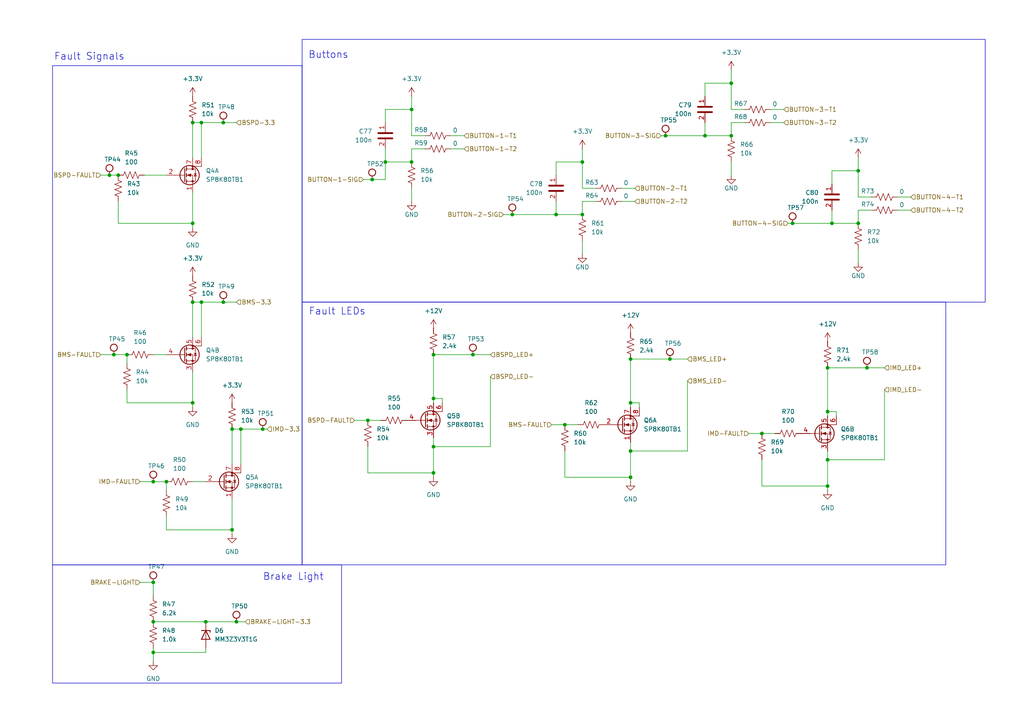
<source format=kicad_sch>
(kicad_sch (version 20250114) (generator "eeschema") (generator_version "9.0")
  (paper "A4")
  (rectangle (start 87.63 11.43) (end 285.75 87.63))
  (rectangle (start 15.24 163.83) (end 99.06 198.12))
  (rectangle (start 15.24 19.05) (end 87.63 163.83))
  (rectangle (start 87.63 87.63) (end 274.32 163.83))
  (text "Fault LEDs" (at 97.79 90.424 0) (effects (font (size 2.032 2.032))))
  (text "Fault Signals" (at 25.908 16.51 0) (effects (font (size 2.032 2.032))))
  (text "Buttons\n" (at 95.25 16.002 0) (effects (font (size 2.032 2.032))))
  (text "Brake Light\n" (at 85.09 167.386 0) (effects (font (size 2.032 2.032))))
  (junction (at 148.59 62.23))
  (junction (at 125.73 102.87))
  (junction (at 59.69 180.34))
  (junction (at 58.42 35.56))
  (junction (at 106.68 121.92))
  (junction (at 67.31 153.67))
  (junction (at 194.31 104.14))
  (junction (at 69.85 124.46))
  (junction (at 55.88 64.77))
  (junction (at 44.45 168.91))
  (junction (at 248.92 49.53))
  (junction (at 137.16 102.87))
  (junction (at 44.45 139.7))
  (junction (at 161.29 62.23))
  (junction (at 48.26 139.7))
  (junction (at 240.03 140.97))
  (junction (at 58.42 87.63))
  (junction (at 241.3 64.77))
  (junction (at 182.88 130.81))
  (junction (at 55.88 35.56))
  (junction (at 182.88 116.84))
  (junction (at 163.83 123.19))
  (junction (at 64.77 35.56))
  (junction (at 212.09 24.13))
  (junction (at 182.88 104.14))
  (junction (at 168.91 46.99))
  (junction (at 125.73 137.16))
  (junction (at 76.2 124.46))
  (junction (at 193.04 39.37))
  (junction (at 111.76 46.99))
  (junction (at 119.38 31.75))
  (junction (at 125.73 115.57))
  (junction (at 68.58 180.34))
  (junction (at 55.88 87.63))
  (junction (at 182.88 138.43))
  (junction (at 240.03 119.38))
  (junction (at 229.87 64.77))
  (junction (at 204.47 39.37))
  (junction (at 248.92 64.77))
  (junction (at 33.02 102.87))
  (junction (at 55.88 116.84))
  (junction (at 64.77 87.63))
  (junction (at 67.31 124.46))
  (junction (at 240.03 106.68))
  (junction (at 212.09 39.37))
  (junction (at 220.98 125.73))
  (junction (at 119.38 46.99))
  (junction (at 31.75 50.8))
  (junction (at 240.03 133.35))
  (junction (at 36.83 102.87))
  (junction (at 107.95 52.07))
  (junction (at 44.45 189.23))
  (junction (at 125.73 129.54))
  (junction (at 34.29 50.8))
  (junction (at 168.91 62.23))
  (junction (at 251.46 106.68))
  (junction (at 44.45 180.34))
  (wire (pts (xy 161.29 62.23) (xy 168.91 62.23)))
  (wire (pts (xy 44.45 180.34) (xy 59.69 180.34)))
  (wire (pts (xy 248.92 45.72) (xy 248.92 49.53)))
  (wire (pts (xy 55.88 64.77) (xy 55.88 66.04)))
  (wire (pts (xy 223.52 35.56) (xy 227.33 35.56)))
  (wire (pts (xy 180.34 54.61) (xy 184.15 54.61)))
  (wire (pts (xy 58.42 87.63) (xy 64.77 87.63)))
  (wire (pts (xy 199.39 130.81) (xy 182.88 130.81)))
  (wire (pts (xy 182.88 104.14) (xy 182.88 116.84)))
  (wire (pts (xy 241.3 49.53) (xy 248.92 49.53)))
  (wire (pts (xy 160.02 123.19) (xy 163.83 123.19)))
  (wire (pts (xy 260.35 60.96) (xy 264.16 60.96)))
  (wire (pts (xy 217.17 125.73) (xy 220.98 125.73)))
  (wire (pts (xy 44.45 139.7) (xy 40.64 139.7)))
  (wire (pts (xy 44.45 102.87) (xy 48.26 102.87)))
  (wire (pts (xy 168.91 46.99) (xy 168.91 54.61)))
  (wire (pts (xy 119.38 43.18) (xy 119.38 46.99)))
  (wire (pts (xy 106.68 129.54) (xy 106.68 137.16)))
  (wire (pts (xy 204.47 39.37) (xy 212.09 39.37)))
  (wire (pts (xy 248.92 72.39) (xy 248.92 76.2)))
  (wire (pts (xy 31.75 50.8) (xy 29.21 50.8)))
  (wire (pts (xy 142.24 129.54) (xy 125.73 129.54)))
  (wire (pts (xy 240.03 119.38) (xy 240.03 120.65)))
  (wire (pts (xy 69.85 124.46) (xy 69.85 134.62)))
  (wire (pts (xy 248.92 60.96) (xy 248.92 64.77)))
  (wire (pts (xy 220.98 125.73) (xy 224.79 125.73)))
  (wire (pts (xy 130.81 43.18) (xy 134.62 43.18)))
  (wire (pts (xy 191.77 39.37) (xy 193.04 39.37)))
  (wire (pts (xy 193.04 39.37) (xy 204.47 39.37)))
  (wire (pts (xy 256.54 106.68) (xy 251.46 106.68)))
  (wire (pts (xy 240.03 130.81) (xy 240.03 133.35)))
  (wire (pts (xy 125.73 115.57) (xy 125.73 116.84)))
  (wire (pts (xy 111.76 46.99) (xy 111.76 43.18)))
  (wire (pts (xy 36.83 102.87) (xy 33.02 102.87)))
  (wire (pts (xy 36.83 116.84) (xy 55.88 116.84)))
  (wire (pts (xy 125.73 102.87) (xy 125.73 115.57)))
  (wire (pts (xy 248.92 57.15) (xy 252.73 57.15)))
  (wire (pts (xy 107.95 52.07) (xy 111.76 52.07)))
  (wire (pts (xy 48.26 139.7) (xy 48.26 142.24)))
  (wire (pts (xy 146.05 62.23) (xy 148.59 62.23)))
  (wire (pts (xy 248.92 60.96) (xy 252.73 60.96)))
  (wire (pts (xy 67.31 153.67) (xy 67.31 154.94)))
  (wire (pts (xy 64.77 87.63) (xy 68.58 87.63)))
  (wire (pts (xy 168.91 69.85) (xy 168.91 73.66)))
  (wire (pts (xy 148.59 62.23) (xy 161.29 62.23)))
  (wire (pts (xy 36.83 113.03) (xy 36.83 116.84)))
  (wire (pts (xy 119.38 43.18) (xy 123.19 43.18)))
  (wire (pts (xy 67.31 144.78) (xy 67.31 153.67)))
  (wire (pts (xy 40.64 168.91) (xy 44.45 168.91)))
  (wire (pts (xy 119.38 27.94) (xy 119.38 31.75)))
  (wire (pts (xy 68.58 180.34) (xy 71.12 180.34)))
  (wire (pts (xy 58.42 35.56) (xy 58.42 45.72)))
  (wire (pts (xy 111.76 52.07) (xy 111.76 46.99)))
  (wire (pts (xy 168.91 58.42) (xy 168.91 62.23)))
  (wire (pts (xy 111.76 31.75) (xy 111.76 35.56)))
  (wire (pts (xy 67.31 124.46) (xy 69.85 124.46)))
  (wire (pts (xy 34.29 58.42) (xy 34.29 64.77)))
  (wire (pts (xy 105.41 52.07) (xy 107.95 52.07)))
  (wire (pts (xy 242.57 120.65) (xy 242.57 119.38)))
  (wire (pts (xy 44.45 168.91) (xy 44.45 172.72)))
  (wire (pts (xy 256.54 113.03) (xy 256.54 133.35)))
  (wire (pts (xy 55.88 35.56) (xy 55.88 45.72)))
  (wire (pts (xy 199.39 104.14) (xy 194.31 104.14)))
  (wire (pts (xy 55.88 139.7) (xy 59.69 139.7)))
  (wire (pts (xy 44.45 189.23) (xy 44.45 191.77)))
  (wire (pts (xy 161.29 46.99) (xy 168.91 46.99)))
  (wire (pts (xy 55.88 87.63) (xy 55.88 97.79)))
  (wire (pts (xy 241.3 49.53) (xy 241.3 53.34)))
  (wire (pts (xy 48.26 149.86) (xy 48.26 153.67)))
  (wire (pts (xy 251.46 106.68) (xy 240.03 106.68)))
  (wire (pts (xy 212.09 24.13) (xy 212.09 31.75)))
  (wire (pts (xy 256.54 133.35) (xy 240.03 133.35)))
  (wire (pts (xy 199.39 110.49) (xy 199.39 130.81)))
  (wire (pts (xy 212.09 20.32) (xy 212.09 24.13)))
  (wire (pts (xy 142.24 102.87) (xy 137.16 102.87)))
  (wire (pts (xy 67.31 124.46) (xy 67.31 134.62)))
  (wire (pts (xy 119.38 31.75) (xy 119.38 39.37)))
  (wire (pts (xy 130.81 39.37) (xy 134.62 39.37)))
  (wire (pts (xy 125.73 129.54) (xy 125.73 137.16)))
  (wire (pts (xy 119.38 39.37) (xy 123.19 39.37)))
  (wire (pts (xy 185.42 116.84) (xy 182.88 116.84)))
  (wire (pts (xy 48.26 139.7) (xy 44.45 139.7)))
  (wire (pts (xy 194.31 104.14) (xy 182.88 104.14)))
  (wire (pts (xy 44.45 187.96) (xy 44.45 189.23)))
  (wire (pts (xy 106.68 121.92) (xy 110.49 121.92)))
  (wire (pts (xy 212.09 35.56) (xy 215.9 35.56)))
  (wire (pts (xy 128.27 116.84) (xy 128.27 115.57)))
  (wire (pts (xy 111.76 46.99) (xy 119.38 46.99)))
  (wire (pts (xy 204.47 39.37) (xy 204.47 35.56)))
  (wire (pts (xy 260.35 57.15) (xy 264.16 57.15)))
  (wire (pts (xy 48.26 153.67) (xy 67.31 153.67)))
  (wire (pts (xy 111.76 31.75) (xy 119.38 31.75)))
  (wire (pts (xy 168.91 54.61) (xy 172.72 54.61)))
  (wire (pts (xy 58.42 87.63) (xy 58.42 97.79)))
  (wire (pts (xy 55.88 87.63) (xy 58.42 87.63)))
  (wire (pts (xy 41.91 50.8) (xy 48.26 50.8)))
  (wire (pts (xy 59.69 187.96) (xy 59.69 189.23)))
  (wire (pts (xy 69.85 124.46) (xy 76.2 124.46)))
  (wire (pts (xy 163.83 123.19) (xy 167.64 123.19)))
  (wire (pts (xy 182.88 128.27) (xy 182.88 130.81)))
  (wire (pts (xy 204.47 24.13) (xy 212.09 24.13)))
  (wire (pts (xy 137.16 102.87) (xy 125.73 102.87)))
  (wire (pts (xy 241.3 64.77) (xy 248.92 64.77)))
  (wire (pts (xy 240.03 140.97) (xy 240.03 142.24)))
  (wire (pts (xy 182.88 138.43) (xy 182.88 139.7)))
  (wire (pts (xy 55.88 55.88) (xy 55.88 64.77)))
  (wire (pts (xy 125.73 137.16) (xy 125.73 138.43)))
  (wire (pts (xy 55.88 107.95) (xy 55.88 116.84)))
  (wire (pts (xy 34.29 64.77) (xy 55.88 64.77)))
  (wire (pts (xy 119.38 54.61) (xy 119.38 58.42)))
  (wire (pts (xy 212.09 46.99) (xy 212.09 50.8)))
  (wire (pts (xy 33.02 102.87) (xy 29.21 102.87)))
  (wire (pts (xy 204.47 24.13) (xy 204.47 27.94)))
  (wire (pts (xy 161.29 62.23) (xy 161.29 58.42)))
  (wire (pts (xy 185.42 118.11) (xy 185.42 116.84)))
  (wire (pts (xy 102.87 121.92) (xy 106.68 121.92)))
  (wire (pts (xy 106.68 137.16) (xy 125.73 137.16)))
  (wire (pts (xy 168.91 43.18) (xy 168.91 46.99)))
  (wire (pts (xy 242.57 119.38) (xy 240.03 119.38)))
  (wire (pts (xy 163.83 138.43) (xy 182.88 138.43)))
  (wire (pts (xy 128.27 115.57) (xy 125.73 115.57)))
  (wire (pts (xy 125.73 127) (xy 125.73 129.54)))
  (wire (pts (xy 163.83 130.81) (xy 163.83 138.43)))
  (wire (pts (xy 240.03 106.68) (xy 240.03 119.38)))
  (wire (pts (xy 228.6 64.77) (xy 229.87 64.77)))
  (wire (pts (xy 168.91 58.42) (xy 172.72 58.42)))
  (wire (pts (xy 220.98 140.97) (xy 240.03 140.97)))
  (wire (pts (xy 142.24 109.22) (xy 142.24 129.54)))
  (wire (pts (xy 180.34 58.42) (xy 184.15 58.42)))
  (wire (pts (xy 220.98 133.35) (xy 220.98 140.97)))
  (wire (pts (xy 34.29 50.8) (xy 31.75 50.8)))
  (wire (pts (xy 161.29 46.99) (xy 161.29 50.8)))
  (wire (pts (xy 229.87 64.77) (xy 241.3 64.77)))
  (wire (pts (xy 55.88 35.56) (xy 58.42 35.56)))
  (wire (pts (xy 212.09 35.56) (xy 212.09 39.37)))
  (wire (pts (xy 182.88 130.81) (xy 182.88 138.43)))
  (wire (pts (xy 59.69 189.23) (xy 44.45 189.23)))
  (wire (pts (xy 58.42 35.56) (xy 64.77 35.56)))
  (wire (pts (xy 182.88 116.84) (xy 182.88 118.11)))
  (wire (pts (xy 240.03 133.35) (xy 240.03 140.97)))
  (wire (pts (xy 64.77 35.56) (xy 68.58 35.56)))
  (wire (pts (xy 55.88 116.84) (xy 55.88 118.11)))
  (wire (pts (xy 241.3 64.77) (xy 241.3 60.96)))
  (wire (pts (xy 248.92 49.53) (xy 248.92 57.15)))
  (wire (pts (xy 212.09 31.75) (xy 215.9 31.75)))
  (wire (pts (xy 36.83 102.87) (xy 36.83 105.41)))
  (wire (pts (xy 223.52 31.75) (xy 227.33 31.75)))
  (wire (pts (xy 59.69 180.34) (xy 68.58 180.34)))
  (wire (pts (xy 76.2 124.46) (xy 77.47 124.46)))
  (hierarchical_label "IMD_LED+" (shape input) (at 256.54 106.68 0))
  (hierarchical_label "BSPD-FAULT" (shape input) (at 29.21 50.8 180))
  (hierarchical_label "IMD-FAULT" (shape input) (at 40.64 139.7 180))
  (hierarchical_label "BMS_LED+" (shape input) (at 199.39 104.14 0))
  (hierarchical_label "BMS_LED-" (shape input) (at 199.39 110.49 0))
  (hierarchical_label "BMS-FAULT" (shape input) (at 29.21 102.87 180))
  (hierarchical_label "BUTTON-2-T1" (shape input) (at 184.15 54.61 0))
  (hierarchical_label "IMD-FAULT" (shape input) (at 217.17 125.73 180))
  (hierarchical_label "BSPD-3.3" (shape input) (at 68.58 35.56 0))
  (hierarchical_label "IMD-3.3" (shape input) (at 77.47 124.46 0))
  (hierarchical_label "BSPD_LED+" (shape input) (at 142.24 102.87 0))
  (hierarchical_label "BSPD_LED-" (shape input) (at 142.24 109.22 0))
  (hierarchical_label "BRAKE-LIGHT" (shape input) (at 40.64 168.91 180))
  (hierarchical_label "IMD_LED-" (shape input) (at 256.54 113.03 0))
  (hierarchical_label "BUTTON-4-SIG" (shape input) (at 228.6 64.77 180))
  (hierarchical_label "BUTTON-3-SIG" (shape input) (at 191.77 39.37 180))
  (hierarchical_label "BUTTON-3-T2" (shape input) (at 227.33 35.56 0))
  (hierarchical_label "BUTTON-4-T1" (shape input) (at 264.16 57.15 0))
  (hierarchical_label "BUTTON-1-T2" (shape input) (at 134.62 43.18 0))
  (hierarchical_label "BUTTON-4-T2" (shape input) (at 264.16 60.96 0))
  (hierarchical_label "BUTTON-1-SIG" (shape input) (at 105.41 52.07 180))
  (hierarchical_label "BSPD-FAULT" (shape input) (at 102.87 121.92 180))
  (hierarchical_label "BUTTON-2-T2" (shape input) (at 184.15 58.42 0))
  (hierarchical_label "BMS-3.3" (shape input) (at 68.58 87.63 0))
  (hierarchical_label "BUTTON-3-T1" (shape input) (at 227.33 31.75 0))
  (hierarchical_label "BMS-FAULT" (shape input) (at 160.02 123.19 180))
  (hierarchical_label "BRAKE-LIGHT-3.3" (shape input) (at 71.12 180.34 0))
  (hierarchical_label "BUTTON-1-T1" (shape input) (at 134.62 39.37 0))
  (hierarchical_label "BUTTON-2-SIG" (shape input) (at 146.05 62.23 180))
  (symbol (lib_id "power:GND") (at 125.73 138.43 0) (unit 1)
    (property "Reference" "#PWR0112" (effects (hide yes)))
    (property "Value" "GND" (at 125.73 143.51 0))
    (property "Description" "Power symbol creates a global label with name \"GND\" , ground" (effects (hide yes)))
  )
  (symbol (lib_id "bfr_resistors:RMCF0805ZT0R00") (at 256.54 57.15 0) (unit 1)
    (property "Reference" "R73" (at 251.6681 55.451 0))
    (property "Value" "0" (at 261.5717 55.5843 0))
    (property "Footprint" "Resistor_SMD:R_0805_2012Metric_Pad1.20x1.40mm_HandSolder" (effects (hide yes)))
    (property "Datasheet" "https://www.seielect.com/catalog/sei-rmcf_rmcp.pdf" (effects (hide yes)))
    (property "Description" "0Ω 0805 JLCPCB Basic Resistor" (effects (hide yes)))
    (property "Sim.Device" "SUBCKT" (effects (hide yes)))
    (property "Sim.Pins" "1=P1 2=P2" (effects (hide yes)))
    (property "Sim.Library" "${BFRUH_DIR}/Electronics/spice_models/bfr_resistors/RMCF0805ZT0R00.lib" (effects (hide yes)))
    (property "Sim.Name" "RMCF0805ZT0R00" (effects (hide yes)))
    (property "Pretty Name" "0Ω 0805 Resistor" (effects (hide yes)))
    (property "Order From" "LCSC" (effects (hide yes)))
    (property "Digikey P/N" "RMCF0805ZT0R00CT-ND" (effects (hide yes)))
    (property "Mouser P/N" "708-RMCF0805ZT0R00" (effects (hide yes)))
    (property "LCSC P/N" "C17477" (effects (hide yes)))
    (property "JLCPCB Basic Part" "Yes" (effects (hide yes)))
    (property "Created by" "resistor_generator.py script using e24_resistor_bible_spec.txt" (effects (hide yes)))
    (property "LCSC Part #" "C17477" (effects (hide yes)))
  )
  (symbol (lib_id "power:+12V") (at 240.03 99.06 0) (unit 1)
    (property "Reference" "#PWR0119" (effects (hide yes)))
    (property "Value" "+12V" (at 240.03 93.98 0))
    (property "Description" "Power symbol creates a global label with name \"+12V\"" (effects (hide yes)))
  )
  (symbol (lib_id ".Test-Point:RH-5015") (at 76.2 124.46 0) (unit 1)
    (property "Reference" "TP51" (at 74.6768 119.2037 0) (effects (justify left top)))
    (property "Value" "RH-5015" (effects (hide yes)))
    (property "Footprint" "TestPoint:TestPoint_Keystone_5015_Micro_Mini" (effects (hide yes)))
    (property "Datasheet" "https://wmsc.lcsc.com/wmsc/upload/file/pdf/v2/lcsc/2310260935_ronghe-RH-5015_C5199798.pdf" (effects (hide yes)))
    (property "Description" "Surface-mount grabby test point" (effects (hide yes)))
    (property "Link" "https://jlcpcb.com/partdetail/Ronghe-RH5015/C5199798" (effects (hide yes)))
    (property "Digikey P/N" "36-5015CT-ND" (effects (hide yes)))
    (property "Mouser P/N" "534-5015" (effects (hide yes)))
    (property "LCSC P/N" "C5199798" (effects (hide yes)))
    (property "Manufacturer" "Ronghe" (effects (hide yes)))
    (property "Manufacturer P/N" "RH-5015" (effects (hide yes)))
    (property "LCSC Part #" "C5199798" (effects (hide yes)))
  )
  (symbol (lib_id "BFR Resistors:RMCF0603FT100R") (at 228.6 125.73 0) (unit 1)
    (property "Reference" "R70" (at 228.6 119.38 0))
    (property "Value" "100" (at 228.6 121.92 0))
    (property "Footprint" "Resistor_SMD:R_0603_1608Metric_Pad0.98x0.95mm_HandSolder" (effects (hide yes)))
    (property "Datasheet" "https://www.seielect.com/catalog/sei-rmcf_rmcp.pdf" (effects (hide yes)))
    (property "Description" "100Ω 0603 JLCPCB Basic Resistor" (effects (hide yes)))
    (property "Sim.Device" "SUBCKT" (effects (hide yes)))
    (property "Sim.Pins" "1=P1 2=P2" (effects (hide yes)))
    (property "Sim.Library" "${BFRUH_DIR}/Electronics/spice_models/bfr_resistors/RMCF0603FT100R.lib" (effects (hide yes)))
    (property "Sim.Name" "RMCF0603FT100R" (effects (hide yes)))
    (property "Pretty Name" "100Ω 0603 Resistor" (effects (hide yes)))
    (property "Order From" "LCSC" (effects (hide yes)))
    (property "Digikey P/N" "RMCF0603FT100RCT-ND" (effects (hide yes)))
    (property "Mouser P/N" "708-RMCF0603FT100R" (effects (hide yes)))
    (property "LCSC P/N" "C22775" (effects (hide yes)))
    (property "JLCPCB Basic Part" "Yes" (effects (hide yes)))
    (property "Created by" "resistor_generator.py script using e24_resistor_bible_spec.txt" (effects (hide yes)))
  )
  (symbol (lib_id "bfr_resistors:RMCF0805ZT0R00") (at 219.71 35.56 0) (unit 1)
    (property "Reference" "R68" (at 214.8381 33.861 0))
    (property "Value" "0" (at 224.7417 33.9943 0))
    (property "Footprint" "Resistor_SMD:R_0805_2012Metric_Pad1.20x1.40mm_HandSolder" (effects (hide yes)))
    (property "Datasheet" "https://www.seielect.com/catalog/sei-rmcf_rmcp.pdf" (effects (hide yes)))
    (property "Description" "0Ω 0805 JLCPCB Basic Resistor" (effects (hide yes)))
    (property "Sim.Device" "SUBCKT" (effects (hide yes)))
    (property "Sim.Pins" "1=P1 2=P2" (effects (hide yes)))
    (property "Sim.Library" "${BFRUH_DIR}/Electronics/spice_models/bfr_resistors/RMCF0805ZT0R00.lib" (effects (hide yes)))
    (property "Sim.Name" "RMCF0805ZT0R00" (effects (hide yes)))
    (property "Pretty Name" "0Ω 0805 Resistor" (effects (hide yes)))
    (property "Order From" "LCSC" (effects (hide yes)))
    (property "Digikey P/N" "RMCF0805ZT0R00CT-ND" (effects (hide yes)))
    (property "Mouser P/N" "708-RMCF0805ZT0R00" (effects (hide yes)))
    (property "LCSC P/N" "C17477" (effects (hide yes)))
    (property "JLCPCB Basic Part" "Yes" (effects (hide yes)))
    (property "Created by" "resistor_generator.py script using e24_resistor_bible_spec.txt" (effects (hide yes)))
    (property "LCSC Part #" "C17477" (effects (hide yes)))
  )
  (symbol (lib_id "BFR Resistors:RMCF0603FT10K0") (at 67.31 120.65 90) (unit 1)
    (property "Reference" "R53" (at 69.85 119.3799 90) (effects (justify right)))
    (property "Value" "10k" (at 69.85 121.9199 90) (effects (justify right)))
    (property "Footprint" "Resistor_SMD:R_0603_1608Metric_Pad0.98x0.95mm_HandSolder" (effects (hide yes)))
    (property "Datasheet" "https://www.seielect.com/catalog/sei-rmcf_rmcp.pdf" (effects (hide yes)))
    (property "Description" "10kΩ 0603 JLCPCB Basic Resistor" (effects (hide yes)))
    (property "Sim.Device" "SUBCKT" (effects (hide yes)))
    (property "Sim.Pins" "1=P1 2=P2" (effects (hide yes)))
    (property "Sim.Library" "${BFRUH_DIR}/Electronics/spice_models/bfr_resistors/RMCF0603FT10K0.lib" (effects (hide yes)))
    (property "Sim.Name" "RMCF0603FT10K0" (effects (hide yes)))
    (property "Pretty Name" "10kΩ 0603 Resistor" (effects (hide yes)))
    (property "Order From" "LCSC" (effects (hide yes)))
    (property "Digikey P/N" "RMCF0603FT10K0CT-ND" (effects (hide yes)))
    (property "Mouser P/N" "708-RMCF0603FT10K0" (effects (hide yes)))
    (property "LCSC P/N" "C25804" (effects (hide yes)))
    (property "JLCPCB Basic Part" "Yes" (effects (hide yes)))
    (property "Created by" "resistor_generator.py script using e24_resistor_bible_spec.txt" (effects (hide yes)))
  )
  (symbol (lib_id "BFR Resistors:RMCF0603FT10K0") (at 163.83 127 90) (unit 1)
    (property "Reference" "R60" (at 166.37 125.7299 90) (effects (justify right)))
    (property "Value" "10k" (at 166.37 128.2699 90) (effects (justify right)))
    (property "Footprint" "Resistor_SMD:R_0603_1608Metric_Pad0.98x0.95mm_HandSolder" (effects (hide yes)))
    (property "Datasheet" "https://www.seielect.com/catalog/sei-rmcf_rmcp.pdf" (effects (hide yes)))
    (property "Description" "10kΩ 0603 JLCPCB Basic Resistor" (effects (hide yes)))
    (property "Sim.Device" "SUBCKT" (effects (hide yes)))
    (property "Sim.Pins" "1=P1 2=P2" (effects (hide yes)))
    (property "Sim.Library" "${BFRUH_DIR}/Electronics/spice_models/bfr_resistors/RMCF0603FT10K0.lib" (effects (hide yes)))
    (property "Sim.Name" "RMCF0603FT10K0" (effects (hide yes)))
    (property "Pretty Name" "10kΩ 0603 Resistor" (effects (hide yes)))
    (property "Order From" "LCSC" (effects (hide yes)))
    (property "Digikey P/N" "RMCF0603FT10K0CT-ND" (effects (hide yes)))
    (property "Mouser P/N" "708-RMCF0603FT10K0" (effects (hide yes)))
    (property "LCSC P/N" "C25804" (effects (hide yes)))
    (property "JLCPCB Basic Part" "Yes" (effects (hide yes)))
    (property "Created by" "resistor_generator.py script using e24_resistor_bible_spec.txt" (effects (hide yes)))
  )
  (symbol (lib_id ".Test-Point:RH-5015") (at 64.77 87.63 0) (unit 1)
    (property "Reference" "TP49" (at 63.2468 82.3737 0) (effects (justify left top)))
    (property "Value" "RH-5015" (effects (hide yes)))
    (property "Footprint" "TestPoint:TestPoint_Keystone_5015_Micro_Mini" (effects (hide yes)))
    (property "Datasheet" "https://wmsc.lcsc.com/wmsc/upload/file/pdf/v2/lcsc/2310260935_ronghe-RH-5015_C5199798.pdf" (effects (hide yes)))
    (property "Description" "Surface-mount grabby test point" (effects (hide yes)))
    (property "Link" "https://jlcpcb.com/partdetail/Ronghe-RH5015/C5199798" (effects (hide yes)))
    (property "Digikey P/N" "36-5015CT-ND" (effects (hide yes)))
    (property "Mouser P/N" "534-5015" (effects (hide yes)))
    (property "LCSC P/N" "C5199798" (effects (hide yes)))
    (property "Manufacturer" "Ronghe" (effects (hide yes)))
    (property "Manufacturer P/N" "RH-5015" (effects (hide yes)))
    (property "LCSC Part #" "C5199798" (effects (hide yes)))
  )
  (symbol (lib_id "power:+3.3V") (at 55.88 27.94 0) (unit 1)
    (property "Reference" "#PWR0103" (effects (hide yes)))
    (property "Value" "+3.3V" (at 55.88 22.86 0))
    (property "Description" "Power symbol creates a global label with name \"+3.3V\"" (effects (hide yes)))
  )
  (symbol (lib_id ".Test-Point:RH-5015") (at 107.95 52.07 0) (unit 1)
    (property "Reference" "TP52" (at 106.4268 46.8137 0) (effects (justify left top)))
    (property "Value" "RH-5015" (effects (hide yes)))
    (property "Footprint" "TestPoint:TestPoint_Keystone_5015_Micro_Mini" (effects (hide yes)))
    (property "Datasheet" "https://wmsc.lcsc.com/wmsc/upload/file/pdf/v2/lcsc/2310260935_ronghe-RH-5015_C5199798.pdf" (effects (hide yes)))
    (property "Description" "Surface-mount grabby test point" (effects (hide yes)))
    (property "Link" "https://jlcpcb.com/partdetail/Ronghe-RH5015/C5199798" (effects (hide yes)))
    (property "Digikey P/N" "36-5015CT-ND" (effects (hide yes)))
    (property "Mouser P/N" "534-5015" (effects (hide yes)))
    (property "LCSC P/N" "C5199798" (effects (hide yes)))
    (property "Manufacturer" "Ronghe" (effects (hide yes)))
    (property "Manufacturer P/N" "RH-5015" (effects (hide yes)))
    (property "LCSC Part #" "C5199798" (effects (hide yes)))
  )
  (symbol (lib_id "BFR Resistors:RMCF0603FT2K40") (at 182.88 100.33 90) (unit 1)
    (property "Reference" "R65" (at 185.42 99.0599 90) (effects (justify right)))
    (property "Value" "2.4k" (at 185.42 101.5999 90) (effects (justify right)))
    (property "Footprint" "Resistor_SMD:R_0603_1608Metric_Pad0.98x0.95mm_HandSolder" (effects (hide yes)))
    (property "Datasheet" "https://www.seielect.com/catalog/sei-rmcf_rmcp.pdf" (effects (hide yes)))
    (property "Description" "2.4kΩ 0603 JLCPCB Basic Resistor" (effects (hide yes)))
    (property "Sim.Device" "SUBCKT" (effects (hide yes)))
    (property "Sim.Pins" "1=P1 2=P2" (effects (hide yes)))
    (property "Sim.Library" "${BFRUH_DIR}/Electronics/spice_models/bfr_resistors/RMCF0603FT2K40.lib" (effects (hide yes)))
    (property "Sim.Name" "RMCF0603FT2K40" (effects (hide yes)))
    (property "Pretty Name" "2.4kΩ 0603 Resistor" (effects (hide yes)))
    (property "Order From" "LCSC" (effects (hide yes)))
    (property "Digikey P/N" "RMCF0603FT2K40CT-ND" (effects (hide yes)))
    (property "Mouser P/N" "708-RMCF0603FT2K40" (effects (hide yes)))
    (property "LCSC P/N" "C22940" (effects (hide yes)))
    (property "JLCPCB Basic Part" "Yes" (effects (hide yes)))
    (property "Created by" "resistor_generator.py script using e24_resistor_bible_spec.txt" (effects (hide yes)))
  )
  (symbol (lib_id "bfr_resistors:RMCF0805ZT0R00") (at 256.54 60.96 0) (unit 1)
    (property "Reference" "R74" (at 251.6681 59.261 0))
    (property "Value" "0" (at 261.5717 59.3943 0))
    (property "Footprint" "Resistor_SMD:R_0805_2012Metric_Pad1.20x1.40mm_HandSolder" (effects (hide yes)))
    (property "Datasheet" "https://www.seielect.com/catalog/sei-rmcf_rmcp.pdf" (effects (hide yes)))
    (property "Description" "0Ω 0805 JLCPCB Basic Resistor" (effects (hide yes)))
    (property "Sim.Device" "SUBCKT" (effects (hide yes)))
    (property "Sim.Pins" "1=P1 2=P2" (effects (hide yes)))
    (property "Sim.Library" "${BFRUH_DIR}/Electronics/spice_models/bfr_resistors/RMCF0805ZT0R00.lib" (effects (hide yes)))
    (property "Sim.Name" "RMCF0805ZT0R00" (effects (hide yes)))
    (property "Pretty Name" "0Ω 0805 Resistor" (effects (hide yes)))
    (property "Order From" "LCSC" (effects (hide yes)))
    (property "Digikey P/N" "RMCF0805ZT0R00CT-ND" (effects (hide yes)))
    (property "Mouser P/N" "708-RMCF0805ZT0R00" (effects (hide yes)))
    (property "LCSC P/N" "C17477" (effects (hide yes)))
    (property "JLCPCB Basic Part" "Yes" (effects (hide yes)))
    (property "Created by" "resistor_generator.py script using e24_resistor_bible_spec.txt" (effects (hide yes)))
    (property "LCSC Part #" "C17477" (effects (hide yes)))
  )
  (symbol (lib_id "bfr_capacitors:08051C104KAT4A") (at 161.29 54.61 0) (mirror y) (unit 1)
    (property "Reference" "C78" (at 157.48 53.3399 0) (effects (justify left)))
    (property "Value" "100n" (at 157.48 55.8799 0) (effects (justify left)))
    (property "Footprint" "Capacitor_SMD:C_0805_2012Metric_Pad1.18x1.45mm_HandSolder" (effects (hide yes)))
    (property "Description" "100nF±10% X7R 25V JLCPCB Basic 0805 Capacitor" (effects (hide yes)))
    (property "Sim.Device" "SUBCKT" (effects (hide yes)))
    (property "Sim.Pins" "1=P1 2=P2" (effects (hide yes)))
    (property "Sim.Library" "${BFRUH_DIR}/Electronics/spice_models/bfr_capacitors/08051C104KAT4A.lib" (effects (hide yes)))
    (property "Sim.Name" "08051C104KAT4A" (effects (hide yes)))
    (property "Pretty Name" "100nF 25V 0805 Capacitor" (effects (hide yes)))
    (property "Order From" "LCSC" (effects (hide yes)))
    (property "Mouser P/N" "581-08051C104KAT4A" (effects (hide yes)))
    (property "LCSC P/N" "C28233" (effects (hide yes)))
    (property "JLCPCB Basic Part" "Yes" (effects (hide yes)))
    (property "Created by" "capacitor_generator.py script using capacitor_bible_spec.txt" (effects (hide yes)))
    (property "LCSC Part #" "C28233" (effects (hide yes)))
  )
  (symbol (lib_id "Transistor_FET:Q_Dual_NMOS_S1G1S2G2D2D2D1D1") (at 123.19 121.92 0) (unit 2)
    (property "Reference" "Q5" (at 129.54 120.6499 0) (effects (justify left)))
    (property "Value" "SP8K80TB1" (at 129.54 123.1899 0) (effects (justify left)))
    (property "Footprint" "Package_SO:SOP-8_3.76x4.96mm_P1.27mm" (effects (hide yes)))
    (property "Datasheet" "https://fscdn.rohm.com/en/products/databook/datasheet/discrete/transistor/mosfet/sp8k80.pdf" (effects (hide yes)))
    (property "Description" "Dual NMOS transistor, 8 pin package" (effects (hide yes)))
    (property "Mouser P/N" "755-SP8K80TB1 " (effects (hide yes)))
    (property "LCSC P/N" "C17689842" (effects (hide yes)))
  )
  (symbol (lib_id ".Test-Point:RH-5015") (at 44.45 168.91 0) (unit 1)
    (property "Reference" "TP47" (at 42.9268 163.6537 0) (effects (justify left top)))
    (property "Value" "RH-5015" (effects (hide yes)))
    (property "Footprint" "TestPoint:TestPoint_Keystone_5015_Micro_Mini" (effects (hide yes)))
    (property "Datasheet" "https://wmsc.lcsc.com/wmsc/upload/file/pdf/v2/lcsc/2310260935_ronghe-RH-5015_C5199798.pdf" (effects (hide yes)))
    (property "Description" "Surface-mount grabby test point" (effects (hide yes)))
    (property "Link" "https://jlcpcb.com/partdetail/Ronghe-RH5015/C5199798" (effects (hide yes)))
    (property "Digikey P/N" "36-5015CT-ND" (effects (hide yes)))
    (property "Mouser P/N" "534-5015" (effects (hide yes)))
    (property "LCSC P/N" "C5199798" (effects (hide yes)))
    (property "Manufacturer" "Ronghe" (effects (hide yes)))
    (property "Manufacturer P/N" "RH-5015" (effects (hide yes)))
    (property "LCSC Part #" "C5199798" (effects (hide yes)))
  )
  (symbol (lib_id "power:GND") (at 248.92 76.2 0) (unit 1)
    (property "Reference" "#PWR0122" (effects (hide yes)))
    (property "Value" "GND" (at 248.92 80.01 0))
    (property "Description" "Power symbol creates a global label with name \"GND\" , ground" (effects (hide yes)))
  )
  (symbol (lib_id "bfr_capacitors:08051C104KAT4A") (at 204.47 31.75 0) (mirror y) (unit 1)
    (property "Reference" "C79" (at 200.66 30.4799 0) (effects (justify left)))
    (property "Value" "100n" (at 200.66 33.0199 0) (effects (justify left)))
    (property "Footprint" "Capacitor_SMD:C_0805_2012Metric_Pad1.18x1.45mm_HandSolder" (effects (hide yes)))
    (property "Description" "100nF±10% X7R 25V JLCPCB Basic 0805 Capacitor" (effects (hide yes)))
    (property "Sim.Device" "SUBCKT" (effects (hide yes)))
    (property "Sim.Pins" "1=P1 2=P2" (effects (hide yes)))
    (property "Sim.Library" "${BFRUH_DIR}/Electronics/spice_models/bfr_capacitors/08051C104KAT4A.lib" (effects (hide yes)))
    (property "Sim.Name" "08051C104KAT4A" (effects (hide yes)))
    (property "Pretty Name" "100nF 25V 0805 Capacitor" (effects (hide yes)))
    (property "Order From" "LCSC" (effects (hide yes)))
    (property "Mouser P/N" "581-08051C104KAT4A" (effects (hide yes)))
    (property "LCSC P/N" "C28233" (effects (hide yes)))
    (property "JLCPCB Basic Part" "Yes" (effects (hide yes)))
    (property "Created by" "capacitor_generator.py script using capacitor_bible_spec.txt" (effects (hide yes)))
    (property "LCSC Part #" "C28233" (effects (hide yes)))
  )
  (symbol (lib_id "bfr_capacitors:08051C104KAT4A") (at 111.76 39.37 0) (mirror y) (unit 1)
    (property "Reference" "C77" (at 107.95 38.0999 0) (effects (justify left)))
    (property "Value" "100n" (at 107.95 40.6399 0) (effects (justify left)))
    (property "Footprint" "Capacitor_SMD:C_0805_2012Metric_Pad1.18x1.45mm_HandSolder" (effects (hide yes)))
    (property "Description" "100nF±10% X7R 25V JLCPCB Basic 0805 Capacitor" (effects (hide yes)))
    (property "Sim.Device" "SUBCKT" (effects (hide yes)))
    (property "Sim.Pins" "1=P1 2=P2" (effects (hide yes)))
    (property "Sim.Library" "${BFRUH_DIR}/Electronics/spice_models/bfr_capacitors/08051C104KAT4A.lib" (effects (hide yes)))
    (property "Sim.Name" "08051C104KAT4A" (effects (hide yes)))
    (property "Pretty Name" "100nF 25V 0805 Capacitor" (effects (hide yes)))
    (property "Order From" "LCSC" (effects (hide yes)))
    (property "Mouser P/N" "581-08051C104KAT4A" (effects (hide yes)))
    (property "LCSC P/N" "C28233" (effects (hide yes)))
    (property "JLCPCB Basic Part" "Yes" (effects (hide yes)))
    (property "Created by" "capacitor_generator.py script using capacitor_bible_spec.txt" (effects (hide yes)))
    (property "LCSC Part #" "C28233" (effects (hide yes)))
  )
  (symbol (lib_id "power:GND") (at 212.09 50.8 0) (unit 1)
    (property "Reference" "#PWR0118" (effects (hide yes)))
    (property "Value" "GND" (at 212.09 54.61 0))
    (property "Description" "Power symbol creates a global label with name \"GND\" , ground" (effects (hide yes)))
  )
  (symbol (lib_id "power:GND") (at 119.38 58.42 0) (unit 1)
    (property "Reference" "#PWR0110" (effects (hide yes)))
    (property "Value" "GND" (at 119.38 62.23 0))
    (property "Description" "Power symbol creates a global label with name \"GND\" , ground" (effects (hide yes)))
  )
  (symbol (lib_id ".Test-Point:RH-5015") (at 229.87 64.77 0) (unit 1)
    (property "Reference" "TP57" (at 228.3468 59.5137 0) (effects (justify left top)))
    (property "Value" "RH-5015" (effects (hide yes)))
    (property "Footprint" "TestPoint:TestPoint_Keystone_5015_Micro_Mini" (effects (hide yes)))
    (property "Datasheet" "https://wmsc.lcsc.com/wmsc/upload/file/pdf/v2/lcsc/2310260935_ronghe-RH-5015_C5199798.pdf" (effects (hide yes)))
    (property "Description" "Surface-mount grabby test point" (effects (hide yes)))
    (property "Link" "https://jlcpcb.com/partdetail/Ronghe-RH5015/C5199798" (effects (hide yes)))
    (property "Digikey P/N" "36-5015CT-ND" (effects (hide yes)))
    (property "Mouser P/N" "534-5015" (effects (hide yes)))
    (property "LCSC P/N" "C5199798" (effects (hide yes)))
    (property "Manufacturer" "Ronghe" (effects (hide yes)))
    (property "Manufacturer P/N" "RH-5015" (effects (hide yes)))
    (property "LCSC Part #" "C5199798" (effects (hide yes)))
  )
  (symbol (lib_id ".Test-Point:RH-5015") (at 251.46 106.68 0) (unit 1)
    (property "Reference" "TP58" (at 249.9368 101.4237 0) (effects (justify left top)))
    (property "Value" "RH-5015" (effects (hide yes)))
    (property "Footprint" "TestPoint:TestPoint_Keystone_5015_Micro_Mini" (effects (hide yes)))
    (property "Datasheet" "https://wmsc.lcsc.com/wmsc/upload/file/pdf/v2/lcsc/2310260935_ronghe-RH-5015_C5199798.pdf" (effects (hide yes)))
    (property "Description" "Surface-mount grabby test point" (effects (hide yes)))
    (property "Link" "https://jlcpcb.com/partdetail/Ronghe-RH5015/C5199798" (effects (hide yes)))
    (property "Digikey P/N" "36-5015CT-ND" (effects (hide yes)))
    (property "Mouser P/N" "534-5015" (effects (hide yes)))
    (property "LCSC P/N" "C5199798" (effects (hide yes)))
    (property "Manufacturer" "Ronghe" (effects (hide yes)))
    (property "Manufacturer P/N" "RH-5015" (effects (hide yes)))
    (property "LCSC Part #" "C5199798" (effects (hide yes)))
  )
  (symbol (lib_id ".Test-Point:RH-5015") (at 137.16 102.87 0) (unit 1)
    (property "Reference" "TP53" (at 135.6368 97.6137 0) (effects (justify left top)))
    (property "Value" "RH-5015" (effects (hide yes)))
    (property "Footprint" "TestPoint:TestPoint_Keystone_5015_Micro_Mini" (effects (hide yes)))
    (property "Datasheet" "https://wmsc.lcsc.com/wmsc/upload/file/pdf/v2/lcsc/2310260935_ronghe-RH-5015_C5199798.pdf" (effects (hide yes)))
    (property "Description" "Surface-mount grabby test point" (effects (hide yes)))
    (property "Link" "https://jlcpcb.com/partdetail/Ronghe-RH5015/C5199798" (effects (hide yes)))
    (property "Digikey P/N" "36-5015CT-ND" (effects (hide yes)))
    (property "Mouser P/N" "534-5015" (effects (hide yes)))
    (property "LCSC P/N" "C5199798" (effects (hide yes)))
    (property "Manufacturer" "Ronghe" (effects (hide yes)))
    (property "Manufacturer P/N" "RH-5015" (effects (hide yes)))
    (property "LCSC Part #" "C5199798" (effects (hide yes)))
  )
  (symbol (lib_id "Transistor_FET:Q_Dual_NMOS_S1G1S2G2D2D2D1D1") (at 180.34 123.19 0) (unit 1)
    (property "Reference" "Q6" (at 186.69 121.9199 0) (effects (justify left)))
    (property "Value" "SP8K80TB1" (at 186.69 124.4599 0) (effects (justify left)))
    (property "Footprint" "Package_SO:SOP-8_3.76x4.96mm_P1.27mm" (effects (hide yes)))
    (property "Datasheet" "https://fscdn.rohm.com/en/products/databook/datasheet/discrete/transistor/mosfet/sp8k80.pdf" (effects (hide yes)))
    (property "Description" "Dual NMOS transistor, 8 pin package" (effects (hide yes)))
    (property "Mouser P/N" "755-SP8K80TB1 " (effects (hide yes)))
    (property "LCSC P/N" "C17689842" (effects (hide yes)))
  )
  (symbol (lib_id "BFR Resistors:RMCF0603FT100R") (at 52.07 139.7 0) (unit 1)
    (property "Reference" "R50" (at 52.07 133.35 0))
    (property "Value" "100" (at 52.07 135.89 0))
    (property "Footprint" "Resistor_SMD:R_0603_1608Metric_Pad0.98x0.95mm_HandSolder" (effects (hide yes)))
    (property "Datasheet" "https://www.seielect.com/catalog/sei-rmcf_rmcp.pdf" (effects (hide yes)))
    (property "Description" "100Ω 0603 JLCPCB Basic Resistor" (effects (hide yes)))
    (property "Sim.Device" "SUBCKT" (effects (hide yes)))
    (property "Sim.Pins" "1=P1 2=P2" (effects (hide yes)))
    (property "Sim.Library" "${BFRUH_DIR}/Electronics/spice_models/bfr_resistors/RMCF0603FT100R.lib" (effects (hide yes)))
    (property "Sim.Name" "RMCF0603FT100R" (effects (hide yes)))
    (property "Pretty Name" "100Ω 0603 Resistor" (effects (hide yes)))
    (property "Order From" "LCSC" (effects (hide yes)))
    (property "Digikey P/N" "RMCF0603FT100RCT-ND" (effects (hide yes)))
    (property "Mouser P/N" "708-RMCF0603FT100R" (effects (hide yes)))
    (property "LCSC P/N" "C22775" (effects (hide yes)))
    (property "JLCPCB Basic Part" "Yes" (effects (hide yes)))
    (property "Created by" "resistor_generator.py script using e24_resistor_bible_spec.txt" (effects (hide yes)))
  )
  (symbol (lib_id ".Test-Point:RH-5015") (at 68.58 180.34 0) (unit 1)
    (property "Reference" "TP50" (at 67.0568 175.0837 0) (effects (justify left top)))
    (property "Value" "RH-5015" (effects (hide yes)))
    (property "Footprint" "TestPoint:TestPoint_Keystone_5015_Micro_Mini" (effects (hide yes)))
    (property "Datasheet" "https://wmsc.lcsc.com/wmsc/upload/file/pdf/v2/lcsc/2310260935_ronghe-RH-5015_C5199798.pdf" (effects (hide yes)))
    (property "Description" "Surface-mount grabby test point" (effects (hide yes)))
    (property "Link" "https://jlcpcb.com/partdetail/Ronghe-RH5015/C5199798" (effects (hide yes)))
    (property "Digikey P/N" "36-5015CT-ND" (effects (hide yes)))
    (property "Mouser P/N" "534-5015" (effects (hide yes)))
    (property "LCSC P/N" "C5199798" (effects (hide yes)))
    (property "Manufacturer" "Ronghe" (effects (hide yes)))
    (property "Manufacturer P/N" "RH-5015" (effects (hide yes)))
    (property "LCSC Part #" "C5199798" (effects (hide yes)))
  )
  (symbol (lib_id ".Diode-Zener:MM3Z3V3T1G") (at 59.69 187.96 90) (unit 1)
    (property "Reference" "D6" (at 62.23 182.8799 90) (effects (justify right)))
    (property "Value" "MM3Z3V3T1G" (at 62.23 185.4199 90) (effects (justify right)))
    (property "Footprint" "Diode_SMD:D_SOD-323_HandSoldering" (effects (hide yes)))
    (property "Datasheet" "https://www.onsemi.com/download/data-sheet/pdf/mm3z2v4t1-d.pdf" (effects (hide yes)))
    (property "Description" "Zener Diode 3.3V 300mW" (effects (hide yes)))
    (property "Link" "https://jlcpcb.com/partdetail/Onsemi-MM3Z3V3T1G/C75073" (effects (hide yes)))
    (property "Manufacturer" "Onsemi" (effects (hide yes)))
    (property "Manufacturer P/N" "MM3Z3V3T1G" (effects (hide yes)))
    (property "Digikey P/N" "MM3Z3V3T1GOSCT-ND" (effects (hide yes)))
    (property "Mouser P/N" "863-MM3Z3V3T1G" (effects (hide yes)))
    (property "LCSC P/N" "C75073" (effects (hide yes)))
  )
  (symbol (lib_id "bfr_resistors:RMCF0805FT10K0") (at 248.92 68.58 90) (unit 1)
    (property "Reference" "R72" (at 251.46 67.3099 90) (effects (justify right)))
    (property "Value" "10k" (at 251.46 69.8499 90) (effects (justify right)))
    (property "Footprint" "Resistor_SMD:R_0805_2012Metric_Pad1.20x1.40mm_HandSolder" (effects (hide yes)))
    (property "Datasheet" "https://www.seielect.com/catalog/sei-rmcf_rmcp.pdf" (effects (hide yes)))
    (property "Description" "10kΩ 0805 JLCPCB Basic Resistor" (effects (hide yes)))
    (property "Sim.Device" "SUBCKT" (effects (hide yes)))
    (property "Sim.Pins" "1=P1 2=P2" (effects (hide yes)))
    (property "Sim.Library" "${BFRUH_DIR}/Electronics/spice_models/bfr_resistors/RMCF0805FT10K0.lib" (effects (hide yes)))
    (property "Sim.Name" "RMCF0805FT10K0" (effects (hide yes)))
    (property "Pretty Name" "10kΩ 0805 Resistor" (effects (hide yes)))
    (property "Order From" "LCSC" (effects (hide yes)))
    (property "Digikey P/N" "RMCF0805FT10K0CT-ND" (effects (hide yes)))
    (property "Mouser P/N" "708-RMCF0805FT10K0" (effects (hide yes)))
    (property "LCSC P/N" "C17414" (effects (hide yes)))
    (property "JLCPCB Basic Part" "Yes" (effects (hide yes)))
    (property "Created by" "resistor_generator.py script using e24_resistor_bible_spec.txt" (effects (hide yes)))
    (property "LCSC Part #" "C17414" (effects (hide yes)))
  )
  (symbol (lib_id "power:GND") (at 44.45 191.77 0) (unit 1)
    (property "Reference" "#PWR0102" (effects (hide yes)))
    (property "Value" "GND" (at 44.45 196.85 0))
    (property "Description" "Power symbol creates a global label with name \"GND\" , ground" (effects (hide yes)))
  )
  (symbol (lib_id "BFR Resistors:RMCF0603FT2K40") (at 240.03 102.87 270) (unit 1)
    (property "Reference" "R71" (at 242.57 101.5999 90) (effects (justify left)))
    (property "Value" "2.4k" (at 242.57 104.1399 90) (effects (justify left)))
    (property "Footprint" "Resistor_SMD:R_0603_1608Metric_Pad0.98x0.95mm_HandSolder" (effects (hide yes)))
    (property "Datasheet" "https://www.seielect.com/catalog/sei-rmcf_rmcp.pdf" (effects (hide yes)))
    (property "Description" "2.4kΩ 0603 JLCPCB Basic Resistor" (effects (hide yes)))
    (property "Sim.Device" "SUBCKT" (effects (hide yes)))
    (property "Sim.Pins" "1=P1 2=P2" (effects (hide yes)))
    (property "Sim.Library" "${BFRUH_DIR}/Electronics/spice_models/bfr_resistors/RMCF0603FT2K40.lib" (effects (hide yes)))
    (property "Sim.Name" "RMCF0603FT2K40" (effects (hide yes)))
    (property "Pretty Name" "2.4kΩ 0603 Resistor" (effects (hide yes)))
    (property "Order From" "LCSC" (effects (hide yes)))
    (property "Digikey P/N" "RMCF0603FT2K40CT-ND" (effects (hide yes)))
    (property "Mouser P/N" "708-RMCF0603FT2K40" (effects (hide yes)))
    (property "LCSC P/N" "C22940" (effects (hide yes)))
    (property "JLCPCB Basic Part" "Yes" (effects (hide yes)))
    (property "Created by" "resistor_generator.py script using e24_resistor_bible_spec.txt" (effects (hide yes)))
  )
  (symbol (lib_id ".Test-Point:RH-5015") (at 64.77 35.56 0) (unit 1)
    (property "Reference" "TP48" (at 63.2468 30.3037 0) (effects (justify left top)))
    (property "Value" "RH-5015" (effects (hide yes)))
    (property "Footprint" "TestPoint:TestPoint_Keystone_5015_Micro_Mini" (effects (hide yes)))
    (property "Datasheet" "https://wmsc.lcsc.com/wmsc/upload/file/pdf/v2/lcsc/2310260935_ronghe-RH-5015_C5199798.pdf" (effects (hide yes)))
    (property "Description" "Surface-mount grabby test point" (effects (hide yes)))
    (property "Link" "https://jlcpcb.com/partdetail/Ronghe-RH5015/C5199798" (effects (hide yes)))
    (property "Digikey P/N" "36-5015CT-ND" (effects (hide yes)))
    (property "Mouser P/N" "534-5015" (effects (hide yes)))
    (property "LCSC P/N" "C5199798" (effects (hide yes)))
    (property "Manufacturer" "Ronghe" (effects (hide yes)))
    (property "Manufacturer P/N" "RH-5015" (effects (hide yes)))
    (property "LCSC Part #" "C5199798" (effects (hide yes)))
  )
  (symbol (lib_id "BFR Resistors:RMCF0603FT100R") (at 38.1 50.8 0) (unit 1)
    (property "Reference" "R45" (at 38.1 44.45 0))
    (property "Value" "100" (at 38.1 46.99 0))
    (property "Footprint" "Resistor_SMD:R_0603_1608Metric_Pad0.98x0.95mm_HandSolder" (effects (hide yes)))
    (property "Datasheet" "https://www.seielect.com/catalog/sei-rmcf_rmcp.pdf" (effects (hide yes)))
    (property "Description" "100Ω 0603 JLCPCB Basic Resistor" (effects (hide yes)))
    (property "Sim.Device" "SUBCKT" (effects (hide yes)))
    (property "Sim.Pins" "1=P1 2=P2" (effects (hide yes)))
    (property "Sim.Library" "${BFRUH_DIR}/Electronics/spice_models/bfr_resistors/RMCF0603FT100R.lib" (effects (hide yes)))
    (property "Sim.Name" "RMCF0603FT100R" (effects (hide yes)))
    (property "Pretty Name" "100Ω 0603 Resistor" (effects (hide yes)))
    (property "Order From" "LCSC" (effects (hide yes)))
    (property "Digikey P/N" "RMCF0603FT100RCT-ND" (effects (hide yes)))
    (property "Mouser P/N" "708-RMCF0603FT100R" (effects (hide yes)))
    (property "LCSC P/N" "C22775" (effects (hide yes)))
    (property "JLCPCB Basic Part" "Yes" (effects (hide yes)))
    (property "Created by" "resistor_generator.py script using e24_resistor_bible_spec.txt" (effects (hide yes)))
  )
  (symbol (lib_id "power:+3.3V") (at 248.92 45.72 0) (unit 1)
    (property "Reference" "#PWR0121" (effects (hide yes)))
    (property "Value" "+3.3V" (at 248.92 40.64 0))
    (property "Description" "Power symbol creates a global label with name \"+3.3V\"" (effects (hide yes)))
  )
  (symbol (lib_id "bfr_resistors:RMCF0805ZT0R00") (at 176.53 58.42 0) (unit 1)
    (property "Reference" "R64" (at 171.6581 56.721 0))
    (property "Value" "0" (at 181.5617 56.8543 0))
    (property "Footprint" "Resistor_SMD:R_0805_2012Metric_Pad1.20x1.40mm_HandSolder" (effects (hide yes)))
    (property "Datasheet" "https://www.seielect.com/catalog/sei-rmcf_rmcp.pdf" (effects (hide yes)))
    (property "Description" "0Ω 0805 JLCPCB Basic Resistor" (effects (hide yes)))
    (property "Sim.Device" "SUBCKT" (effects (hide yes)))
    (property "Sim.Pins" "1=P1 2=P2" (effects (hide yes)))
    (property "Sim.Library" "${BFRUH_DIR}/Electronics/spice_models/bfr_resistors/RMCF0805ZT0R00.lib" (effects (hide yes)))
    (property "Sim.Name" "RMCF0805ZT0R00" (effects (hide yes)))
    (property "Pretty Name" "0Ω 0805 Resistor" (effects (hide yes)))
    (property "Order From" "LCSC" (effects (hide yes)))
    (property "Digikey P/N" "RMCF0805ZT0R00CT-ND" (effects (hide yes)))
    (property "Mouser P/N" "708-RMCF0805ZT0R00" (effects (hide yes)))
    (property "LCSC P/N" "C17477" (effects (hide yes)))
    (property "JLCPCB Basic Part" "Yes" (effects (hide yes)))
    (property "Created by" "resistor_generator.py script using e24_resistor_bible_spec.txt" (effects (hide yes)))
    (property "LCSC Part #" "C17477" (effects (hide yes)))
  )
  (symbol (lib_id "bfr_capacitors:08051C104KAT4A") (at 241.3 57.15 0) (mirror y) (unit 1)
    (property "Reference" "C80" (at 237.49 55.8799 0) (effects (justify left)))
    (property "Value" "100n" (at 237.49 58.4199 0) (effects (justify left)))
    (property "Footprint" "Capacitor_SMD:C_0805_2012Metric_Pad1.18x1.45mm_HandSolder" (effects (hide yes)))
    (property "Description" "100nF±10% X7R 25V JLCPCB Basic 0805 Capacitor" (effects (hide yes)))
    (property "Sim.Device" "SUBCKT" (effects (hide yes)))
    (property "Sim.Pins" "1=P1 2=P2" (effects (hide yes)))
    (property "Sim.Library" "${BFRUH_DIR}/Electronics/spice_models/bfr_capacitors/08051C104KAT4A.lib" (effects (hide yes)))
    (property "Sim.Name" "08051C104KAT4A" (effects (hide yes)))
    (property "Pretty Name" "100nF 25V 0805 Capacitor" (effects (hide yes)))
    (property "Order From" "LCSC" (effects (hide yes)))
    (property "Mouser P/N" "581-08051C104KAT4A" (effects (hide yes)))
    (property "LCSC P/N" "C28233" (effects (hide yes)))
    (property "JLCPCB Basic Part" "Yes" (effects (hide yes)))
    (property "Created by" "capacitor_generator.py script using capacitor_bible_spec.txt" (effects (hide yes)))
    (property "LCSC Part #" "C28233" (effects (hide yes)))
  )
  (symbol (lib_id "bfr_resistors:RMCF0805FT10K0") (at 119.38 50.8 90) (unit 1)
    (property "Reference" "R56" (at 121.92 49.5299 90) (effects (justify right)))
    (property "Value" "10k" (at 121.92 52.0699 90) (effects (justify right)))
    (property "Footprint" "Resistor_SMD:R_0805_2012Metric_Pad1.20x1.40mm_HandSolder" (effects (hide yes)))
    (property "Datasheet" "https://www.seielect.com/catalog/sei-rmcf_rmcp.pdf" (effects (hide yes)))
    (property "Description" "10kΩ 0805 JLCPCB Basic Resistor" (effects (hide yes)))
    (property "Sim.Device" "SUBCKT" (effects (hide yes)))
    (property "Sim.Pins" "1=P1 2=P2" (effects (hide yes)))
    (property "Sim.Library" "${BFRUH_DIR}/Electronics/spice_models/bfr_resistors/RMCF0805FT10K0.lib" (effects (hide yes)))
    (property "Sim.Name" "RMCF0805FT10K0" (effects (hide yes)))
    (property "Pretty Name" "10kΩ 0805 Resistor" (effects (hide yes)))
    (property "Order From" "LCSC" (effects (hide yes)))
    (property "Digikey P/N" "RMCF0805FT10K0CT-ND" (effects (hide yes)))
    (property "Mouser P/N" "708-RMCF0805FT10K0" (effects (hide yes)))
    (property "LCSC P/N" "C17414" (effects (hide yes)))
    (property "JLCPCB Basic Part" "Yes" (effects (hide yes)))
    (property "Created by" "resistor_generator.py script using e24_resistor_bible_spec.txt" (effects (hide yes)))
    (property "LCSC Part #" "C17414" (effects (hide yes)))
  )
  (symbol (lib_id "power:+3.3V") (at 168.91 43.18 0) (unit 1)
    (property "Reference" "#PWR0113" (effects (hide yes)))
    (property "Value" "+3.3V" (at 168.91 38.1 0))
    (property "Description" "Power symbol creates a global label with name \"+3.3V\"" (effects (hide yes)))
  )
  (symbol (lib_id "power:+3.3V") (at 67.31 116.84 0) (unit 1)
    (property "Reference" "#PWR0107" (effects (hide yes)))
    (property "Value" "+3.3V" (at 67.31 111.76 0))
    (property "Description" "Power symbol creates a global label with name \"+3.3V\"" (effects (hide yes)))
  )
  (symbol (lib_id "BFR Resistors:RMCF0603FT100R") (at 171.45 123.19 0) (unit 1)
    (property "Reference" "R62" (at 171.45 116.84 0))
    (property "Value" "100" (at 171.45 119.38 0))
    (property "Footprint" "Resistor_SMD:R_0603_1608Metric_Pad0.98x0.95mm_HandSolder" (effects (hide yes)))
    (property "Datasheet" "https://www.seielect.com/catalog/sei-rmcf_rmcp.pdf" (effects (hide yes)))
    (property "Description" "100Ω 0603 JLCPCB Basic Resistor" (effects (hide yes)))
    (property "Sim.Device" "SUBCKT" (effects (hide yes)))
    (property "Sim.Pins" "1=P1 2=P2" (effects (hide yes)))
    (property "Sim.Library" "${BFRUH_DIR}/Electronics/spice_models/bfr_resistors/RMCF0603FT100R.lib" (effects (hide yes)))
    (property "Sim.Name" "RMCF0603FT100R" (effects (hide yes)))
    (property "Pretty Name" "100Ω 0603 Resistor" (effects (hide yes)))
    (property "Order From" "LCSC" (effects (hide yes)))
    (property "Digikey P/N" "RMCF0603FT100RCT-ND" (effects (hide yes)))
    (property "Mouser P/N" "708-RMCF0603FT100R" (effects (hide yes)))
    (property "LCSC P/N" "C22775" (effects (hide yes)))
    (property "JLCPCB Basic Part" "Yes" (effects (hide yes)))
    (property "Created by" "resistor_generator.py script using e24_resistor_bible_spec.txt" (effects (hide yes)))
  )
  (symbol (lib_id "bfr_resistors:RMCF0805ZT0R00") (at 219.71 31.75 0) (unit 1)
    (property "Reference" "R67" (at 214.8381 30.051 0))
    (property "Value" "0" (at 224.7417 30.1843 0))
    (property "Footprint" "Resistor_SMD:R_0805_2012Metric_Pad1.20x1.40mm_HandSolder" (effects (hide yes)))
    (property "Datasheet" "https://www.seielect.com/catalog/sei-rmcf_rmcp.pdf" (effects (hide yes)))
    (property "Description" "0Ω 0805 JLCPCB Basic Resistor" (effects (hide yes)))
    (property "Sim.Device" "SUBCKT" (effects (hide yes)))
    (property "Sim.Pins" "1=P1 2=P2" (effects (hide yes)))
    (property "Sim.Library" "${BFRUH_DIR}/Electronics/spice_models/bfr_resistors/RMCF0805ZT0R00.lib" (effects (hide yes)))
    (property "Sim.Name" "RMCF0805ZT0R00" (effects (hide yes)))
    (property "Pretty Name" "0Ω 0805 Resistor" (effects (hide yes)))
    (property "Order From" "LCSC" (effects (hide yes)))
    (property "Digikey P/N" "RMCF0805ZT0R00CT-ND" (effects (hide yes)))
    (property "Mouser P/N" "708-RMCF0805ZT0R00" (effects (hide yes)))
    (property "LCSC P/N" "C17477" (effects (hide yes)))
    (property "JLCPCB Basic Part" "Yes" (effects (hide yes)))
    (property "Created by" "resistor_generator.py script using e24_resistor_bible_spec.txt" (effects (hide yes)))
    (property "LCSC Part #" "C17477" (effects (hide yes)))
  )
  (symbol (lib_id "power:GND") (at 55.88 66.04 0) (unit 1)
    (property "Reference" "#PWR0104" (effects (hide yes)))
    (property "Value" "GND" (at 55.88 71.12 0))
    (property "Description" "Power symbol creates a global label with name \"GND\" , ground" (effects (hide yes)))
  )
  (symbol (lib_id "power:GND") (at 240.03 142.24 0) (unit 1)
    (property "Reference" "#PWR0120" (effects (hide yes)))
    (property "Value" "GND" (at 240.03 147.32 0))
    (property "Description" "Power symbol creates a global label with name \"GND\" , ground" (effects (hide yes)))
  )
  (symbol (lib_id "Transistor_FET:Q_Dual_NMOS_S1G1S2G2D2D2D1D1") (at 53.34 50.8 0) (unit 1)
    (property "Reference" "Q4" (at 59.69 49.5299 0) (effects (justify left)))
    (property "Value" "SP8K80TB1" (at 59.69 52.0699 0) (effects (justify left)))
    (property "Footprint" "Package_SO:SOP-8_3.76x4.96mm_P1.27mm" (effects (hide yes)))
    (property "Datasheet" "https://fscdn.rohm.com/en/products/databook/datasheet/discrete/transistor/mosfet/sp8k80.pdf" (effects (hide yes)))
    (property "Description" "Dual NMOS transistor, 8 pin package" (effects (hide yes)))
    (property "Mouser P/N" "755-SP8K80TB1 " (effects (hide yes)))
    (property "LCSC P/N" "C17689842" (effects (hide yes)))
  )
  (symbol (lib_id "BFR Resistors:RMCF0603FT10K0") (at 55.88 83.82 90) (unit 1)
    (property "Reference" "R52" (at 58.42 82.5499 90) (effects (justify right)))
    (property "Value" "10k" (at 58.42 85.0899 90) (effects (justify right)))
    (property "Footprint" "Resistor_SMD:R_0603_1608Metric_Pad0.98x0.95mm_HandSolder" (effects (hide yes)))
    (property "Datasheet" "https://www.seielect.com/catalog/sei-rmcf_rmcp.pdf" (effects (hide yes)))
    (property "Description" "10kΩ 0603 JLCPCB Basic Resistor" (effects (hide yes)))
    (property "Sim.Device" "SUBCKT" (effects (hide yes)))
    (property "Sim.Pins" "1=P1 2=P2" (effects (hide yes)))
    (property "Sim.Library" "${BFRUH_DIR}/Electronics/spice_models/bfr_resistors/RMCF0603FT10K0.lib" (effects (hide yes)))
    (property "Sim.Name" "RMCF0603FT10K0" (effects (hide yes)))
    (property "Pretty Name" "10kΩ 0603 Resistor" (effects (hide yes)))
    (property "Order From" "LCSC" (effects (hide yes)))
    (property "Digikey P/N" "RMCF0603FT10K0CT-ND" (effects (hide yes)))
    (property "Mouser P/N" "708-RMCF0603FT10K0" (effects (hide yes)))
    (property "LCSC P/N" "C25804" (effects (hide yes)))
    (property "JLCPCB Basic Part" "Yes" (effects (hide yes)))
    (property "Created by" "resistor_generator.py script using e24_resistor_bible_spec.txt" (effects (hide yes)))
  )
  (symbol (lib_id "power:GND") (at 168.91 73.66 0) (unit 1)
    (property "Reference" "#PWR0114" (effects (hide yes)))
    (property "Value" "GND" (at 168.91 77.47 0))
    (property "Description" "Power symbol creates a global label with name \"GND\" , ground" (effects (hide yes)))
  )
  (symbol (lib_id ".Test-Point:RH-5015") (at 31.75 50.8 0) (unit 1)
    (property "Reference" "TP44" (at 30.2268 45.5437 0) (effects (justify left top)))
    (property "Value" "RH-5015" (effects (hide yes)))
    (property "Footprint" "TestPoint:TestPoint_Keystone_5015_Micro_Mini" (effects (hide yes)))
    (property "Datasheet" "https://wmsc.lcsc.com/wmsc/upload/file/pdf/v2/lcsc/2310260935_ronghe-RH-5015_C5199798.pdf" (effects (hide yes)))
    (property "Description" "Surface-mount grabby test point" (effects (hide yes)))
    (property "Link" "https://jlcpcb.com/partdetail/Ronghe-RH5015/C5199798" (effects (hide yes)))
    (property "Digikey P/N" "36-5015CT-ND" (effects (hide yes)))
    (property "Mouser P/N" "534-5015" (effects (hide yes)))
    (property "LCSC P/N" "C5199798" (effects (hide yes)))
    (property "Manufacturer" "Ronghe" (effects (hide yes)))
    (property "Manufacturer P/N" "RH-5015" (effects (hide yes)))
    (property "LCSC Part #" "C5199798" (effects (hide yes)))
  )
  (symbol (lib_id "BFR Resistors:RMCF0603FT2K40") (at 125.73 99.06 90) (unit 1)
    (property "Reference" "R57" (at 128.27 97.7899 90) (effects (justify right)))
    (property "Value" "2.4k" (at 128.27 100.3299 90) (effects (justify right)))
    (property "Footprint" "Resistor_SMD:R_0603_1608Metric_Pad0.98x0.95mm_HandSolder" (effects (hide yes)))
    (property "Datasheet" "https://www.seielect.com/catalog/sei-rmcf_rmcp.pdf" (effects (hide yes)))
    (property "Description" "2.4kΩ 0603 JLCPCB Basic Resistor" (effects (hide yes)))
    (property "Sim.Device" "SUBCKT" (effects (hide yes)))
    (property "Sim.Pins" "1=P1 2=P2" (effects (hide yes)))
    (property "Sim.Library" "${BFRUH_DIR}/Electronics/spice_models/bfr_resistors/RMCF0603FT2K40.lib" (effects (hide yes)))
    (property "Sim.Name" "RMCF0603FT2K40" (effects (hide yes)))
    (property "Pretty Name" "2.4kΩ 0603 Resistor" (effects (hide yes)))
    (property "Order From" "LCSC" (effects (hide yes)))
    (property "Digikey P/N" "RMCF0603FT2K40CT-ND" (effects (hide yes)))
    (property "Mouser P/N" "708-RMCF0603FT2K40" (effects (hide yes)))
    (property "LCSC P/N" "C22940" (effects (hide yes)))
    (property "JLCPCB Basic Part" "Yes" (effects (hide yes)))
    (property "Created by" "resistor_generator.py script using e24_resistor_bible_spec.txt" (effects (hide yes)))
  )
  (symbol (lib_id "Transistor_FET:Q_Dual_NMOS_S1G1S2G2D2D2D1D1") (at 237.49 125.73 0) (unit 2)
    (property "Reference" "Q6" (at 243.84 124.4599 0) (effects (justify left)))
    (property "Value" "SP8K80TB1" (at 243.84 126.9999 0) (effects (justify left)))
    (property "Footprint" "Package_SO:SOP-8_3.76x4.96mm_P1.27mm" (effects (hide yes)))
    (property "Datasheet" "https://fscdn.rohm.com/en/products/databook/datasheet/discrete/transistor/mosfet/sp8k80.pdf" (effects (hide yes)))
    (property "Description" "Dual NMOS transistor, 8 pin package" (effects (hide yes)))
    (property "Mouser P/N" "755-SP8K80TB1 " (effects (hide yes)))
    (property "LCSC P/N" "C17689842" (effects (hide yes)))
  )
  (symbol (lib_id "bfr_resistors:RMCF0805ZT0R00") (at 127 39.37 0) (unit 1)
    (property "Reference" "R58" (at 122.1281 37.671 0))
    (property "Value" "0" (at 132.0317 37.8043 0))
    (property "Footprint" "Resistor_SMD:R_0805_2012Metric_Pad1.20x1.40mm_HandSolder" (effects (hide yes)))
    (property "Datasheet" "https://www.seielect.com/catalog/sei-rmcf_rmcp.pdf" (effects (hide yes)))
    (property "Description" "0Ω 0805 JLCPCB Basic Resistor" (effects (hide yes)))
    (property "Sim.Device" "SUBCKT" (effects (hide yes)))
    (property "Sim.Pins" "1=P1 2=P2" (effects (hide yes)))
    (property "Sim.Library" "${BFRUH_DIR}/Electronics/spice_models/bfr_resistors/RMCF0805ZT0R00.lib" (effects (hide yes)))
    (property "Sim.Name" "RMCF0805ZT0R00" (effects (hide yes)))
    (property "Pretty Name" "0Ω 0805 Resistor" (effects (hide yes)))
    (property "Order From" "LCSC" (effects (hide yes)))
    (property "Digikey P/N" "RMCF0805ZT0R00CT-ND" (effects (hide yes)))
    (property "Mouser P/N" "708-RMCF0805ZT0R00" (effects (hide yes)))
    (property "LCSC P/N" "C17477" (effects (hide yes)))
    (property "JLCPCB Basic Part" "Yes" (effects (hide yes)))
    (property "Created by" "resistor_generator.py script using e24_resistor_bible_spec.txt" (effects (hide yes)))
    (property "LCSC Part #" "C17477" (effects (hide yes)))
  )
  (symbol (lib_id "power:+12V") (at 182.88 96.52 0) (unit 1)
    (property "Reference" "#PWR0115" (effects (hide yes)))
    (property "Value" "+12V" (at 182.88 91.44 0))
    (property "Description" "Power symbol creates a global label with name \"+12V\"" (effects (hide yes)))
  )
  (symbol (lib_id "BFR Resistors:RMCF0603FT10K0") (at 34.29 54.61 90) (unit 1)
    (property "Reference" "R43" (at 36.83 53.3399 90) (effects (justify right)))
    (property "Value" "10k" (at 36.83 55.8799 90) (effects (justify right)))
    (property "Footprint" "Resistor_SMD:R_0603_1608Metric_Pad0.98x0.95mm_HandSolder" (effects (hide yes)))
    (property "Datasheet" "https://www.seielect.com/catalog/sei-rmcf_rmcp.pdf" (effects (hide yes)))
    (property "Description" "10kΩ 0603 JLCPCB Basic Resistor" (effects (hide yes)))
    (property "Sim.Device" "SUBCKT" (effects (hide yes)))
    (property "Sim.Pins" "1=P1 2=P2" (effects (hide yes)))
    (property "Sim.Library" "${BFRUH_DIR}/Electronics/spice_models/bfr_resistors/RMCF0603FT10K0.lib" (effects (hide yes)))
    (property "Sim.Name" "RMCF0603FT10K0" (effects (hide yes)))
    (property "Pretty Name" "10kΩ 0603 Resistor" (effects (hide yes)))
    (property "Order From" "LCSC" (effects (hide yes)))
    (property "Digikey P/N" "RMCF0603FT10K0CT-ND" (effects (hide yes)))
    (property "Mouser P/N" "708-RMCF0603FT10K0" (effects (hide yes)))
    (property "LCSC P/N" "C25804" (effects (hide yes)))
    (property "JLCPCB Basic Part" "Yes" (effects (hide yes)))
    (property "Created by" "resistor_generator.py script using e24_resistor_bible_spec.txt" (effects (hide yes)))
  )
  (symbol (lib_id "BFR Resistors:RMCF0603FT10K0") (at 106.68 125.73 90) (unit 1)
    (property "Reference" "R54" (at 109.22 124.4599 90) (effects (justify right)))
    (property "Value" "10k" (at 109.22 126.9999 90) (effects (justify right)))
    (property "Footprint" "Resistor_SMD:R_0603_1608Metric_Pad0.98x0.95mm_HandSolder" (effects (hide yes)))
    (property "Datasheet" "https://www.seielect.com/catalog/sei-rmcf_rmcp.pdf" (effects (hide yes)))
    (property "Description" "10kΩ 0603 JLCPCB Basic Resistor" (effects (hide yes)))
    (property "Sim.Device" "SUBCKT" (effects (hide yes)))
    (property "Sim.Pins" "1=P1 2=P2" (effects (hide yes)))
    (property "Sim.Library" "${BFRUH_DIR}/Electronics/spice_models/bfr_resistors/RMCF0603FT10K0.lib" (effects (hide yes)))
    (property "Sim.Name" "RMCF0603FT10K0" (effects (hide yes)))
    (property "Pretty Name" "10kΩ 0603 Resistor" (effects (hide yes)))
    (property "Order From" "LCSC" (effects (hide yes)))
    (property "Digikey P/N" "RMCF0603FT10K0CT-ND" (effects (hide yes)))
    (property "Mouser P/N" "708-RMCF0603FT10K0" (effects (hide yes)))
    (property "LCSC P/N" "C25804" (effects (hide yes)))
    (property "JLCPCB Basic Part" "Yes" (effects (hide yes)))
    (property "Created by" "resistor_generator.py script using e24_resistor_bible_spec.txt" (effects (hide yes)))
  )
  (symbol (lib_id "bfr_resistors:RMCF0805FT10K0") (at 212.09 43.18 90) (unit 1)
    (property "Reference" "R66" (at 214.63 41.9099 90) (effects (justify right)))
    (property "Value" "10k" (at 214.63 44.4499 90) (effects (justify right)))
    (property "Footprint" "Resistor_SMD:R_0805_2012Metric_Pad1.20x1.40mm_HandSolder" (effects (hide yes)))
    (property "Datasheet" "https://www.seielect.com/catalog/sei-rmcf_rmcp.pdf" (effects (hide yes)))
    (property "Description" "10kΩ 0805 JLCPCB Basic Resistor" (effects (hide yes)))
    (property "Sim.Device" "SUBCKT" (effects (hide yes)))
    (property "Sim.Pins" "1=P1 2=P2" (effects (hide yes)))
    (property "Sim.Library" "${BFRUH_DIR}/Electronics/spice_models/bfr_resistors/RMCF0805FT10K0.lib" (effects (hide yes)))
    (property "Sim.Name" "RMCF0805FT10K0" (effects (hide yes)))
    (property "Pretty Name" "10kΩ 0805 Resistor" (effects (hide yes)))
    (property "Order From" "LCSC" (effects (hide yes)))
    (property "Digikey P/N" "RMCF0805FT10K0CT-ND" (effects (hide yes)))
    (property "Mouser P/N" "708-RMCF0805FT10K0" (effects (hide yes)))
    (property "LCSC P/N" "C17414" (effects (hide yes)))
    (property "JLCPCB Basic Part" "Yes" (effects (hide yes)))
    (property "Created by" "resistor_generator.py script using e24_resistor_bible_spec.txt" (effects (hide yes)))
    (property "LCSC Part #" "C17414" (effects (hide yes)))
  )
  (symbol (lib_id "power:+3.3V") (at 212.09 20.32 0) (unit 1)
    (property "Reference" "#PWR0117" (effects (hide yes)))
    (property "Value" "+3.3V" (at 212.09 15.24 0))
    (property "Description" "Power symbol creates a global label with name \"+3.3V\"" (effects (hide yes)))
  )
  (symbol (lib_id ".Test-Point:RH-5015") (at 193.04 39.37 0) (unit 1)
    (property "Reference" "TP55" (at 191.5168 34.1137 0) (effects (justify left top)))
    (property "Value" "RH-5015" (effects (hide yes)))
    (property "Footprint" "TestPoint:TestPoint_Keystone_5015_Micro_Mini" (effects (hide yes)))
    (property "Datasheet" "https://wmsc.lcsc.com/wmsc/upload/file/pdf/v2/lcsc/2310260935_ronghe-RH-5015_C5199798.pdf" (effects (hide yes)))
    (property "Description" "Surface-mount grabby test point" (effects (hide yes)))
    (property "Link" "https://jlcpcb.com/partdetail/Ronghe-RH5015/C5199798" (effects (hide yes)))
    (property "Digikey P/N" "36-5015CT-ND" (effects (hide yes)))
    (property "Mouser P/N" "534-5015" (effects (hide yes)))
    (property "LCSC P/N" "C5199798" (effects (hide yes)))
    (property "Manufacturer" "Ronghe" (effects (hide yes)))
    (property "Manufacturer P/N" "RH-5015" (effects (hide yes)))
    (property "LCSC Part #" "C5199798" (effects (hide yes)))
  )
  (symbol (lib_id "BFR Resistors:RMCF0603FT1K00") (at 44.45 184.15 270) (unit 1)
    (property "Reference" "R48" (at 46.99 182.8799 90) (effects (justify left)))
    (property "Value" "1.0k" (at 46.99 185.4199 90) (effects (justify left)))
    (property "Footprint" "Resistor_SMD:R_0603_1608Metric_Pad0.98x0.95mm_HandSolder" (effects (hide yes)))
    (property "Datasheet" "https://www.seielect.com/catalog/sei-rmcf_rmcp.pdf" (effects (hide yes)))
    (property "Description" "1.0kΩ 0603 JLCPCB Basic Resistor" (effects (hide yes)))
    (property "Sim.Device" "SUBCKT" (effects (hide yes)))
    (property "Sim.Pins" "1=P1 2=P2" (effects (hide yes)))
    (property "Sim.Library" "${BFRUH_DIR}/Electronics/spice_models/bfr_resistors/RMCF0603FT1K00.lib" (effects (hide yes)))
    (property "Sim.Name" "RMCF0603FT1K00" (effects (hide yes)))
    (property "Pretty Name" "1.0kΩ 0603 Resistor" (effects (hide yes)))
    (property "Order From" "LCSC" (effects (hide yes)))
    (property "Digikey P/N" "RMCF0603FT1K00CT-ND" (effects (hide yes)))
    (property "Mouser P/N" "708-RMCF0603FT1K00" (effects (hide yes)))
    (property "LCSC P/N" "C21190" (effects (hide yes)))
    (property "JLCPCB Basic Part" "Yes" (effects (hide yes)))
    (property "Created by" "resistor_generator.py script using e24_resistor_bible_spec.txt" (effects (hide yes)))
  )
  (symbol (lib_id ".Test-Point:RH-5015") (at 33.02 102.87 0) (unit 1)
    (property "Reference" "TP45" (at 31.4968 97.6137 0) (effects (justify left top)))
    (property "Value" "RH-5015" (effects (hide yes)))
    (property "Footprint" "TestPoint:TestPoint_Keystone_5015_Micro_Mini" (effects (hide yes)))
    (property "Datasheet" "https://wmsc.lcsc.com/wmsc/upload/file/pdf/v2/lcsc/2310260935_ronghe-RH-5015_C5199798.pdf" (effects (hide yes)))
    (property "Description" "Surface-mount grabby test point" (effects (hide yes)))
    (property "Link" "https://jlcpcb.com/partdetail/Ronghe-RH5015/C5199798" (effects (hide yes)))
    (property "Digikey P/N" "36-5015CT-ND" (effects (hide yes)))
    (property "Mouser P/N" "534-5015" (effects (hide yes)))
    (property "LCSC P/N" "C5199798" (effects (hide yes)))
    (property "Manufacturer" "Ronghe" (effects (hide yes)))
    (property "Manufacturer P/N" "RH-5015" (effects (hide yes)))
    (property "LCSC Part #" "C5199798" (effects (hide yes)))
  )
  (symbol (lib_id "BFR Resistors:RMCF0603FT100R") (at 40.64 102.87 0) (unit 1)
    (property "Reference" "R46" (at 40.64 96.52 0))
    (property "Value" "100" (at 40.64 99.06 0))
    (property "Footprint" "Resistor_SMD:R_0603_1608Metric_Pad0.98x0.95mm_HandSolder" (effects (hide yes)))
    (property "Datasheet" "https://www.seielect.com/catalog/sei-rmcf_rmcp.pdf" (effects (hide yes)))
    (property "Description" "100Ω 0603 JLCPCB Basic Resistor" (effects (hide yes)))
    (property "Sim.Device" "SUBCKT" (effects (hide yes)))
    (property "Sim.Pins" "1=P1 2=P2" (effects (hide yes)))
    (property "Sim.Library" "${BFRUH_DIR}/Electronics/spice_models/bfr_resistors/RMCF0603FT100R.lib" (effects (hide yes)))
    (property "Sim.Name" "RMCF0603FT100R" (effects (hide yes)))
    (property "Pretty Name" "100Ω 0603 Resistor" (effects (hide yes)))
    (property "Order From" "LCSC" (effects (hide yes)))
    (property "Digikey P/N" "RMCF0603FT100RCT-ND" (effects (hide yes)))
    (property "Mouser P/N" "708-RMCF0603FT100R" (effects (hide yes)))
    (property "LCSC P/N" "C22775" (effects (hide yes)))
    (property "JLCPCB Basic Part" "Yes" (effects (hide yes)))
    (property "Created by" "resistor_generator.py script using e24_resistor_bible_spec.txt" (effects (hide yes)))
  )
  (symbol (lib_id "BFR Resistors:RMCF0603FT10K0") (at 48.26 146.05 90) (unit 1)
    (property "Reference" "R49" (at 50.8 144.7799 90) (effects (justify right)))
    (property "Value" "10k" (at 50.8 147.3199 90) (effects (justify right)))
    (property "Footprint" "Resistor_SMD:R_0603_1608Metric_Pad0.98x0.95mm_HandSolder" (effects (hide yes)))
    (property "Datasheet" "https://www.seielect.com/catalog/sei-rmcf_rmcp.pdf" (effects (hide yes)))
    (property "Description" "10kΩ 0603 JLCPCB Basic Resistor" (effects (hide yes)))
    (property "Sim.Device" "SUBCKT" (effects (hide yes)))
    (property "Sim.Pins" "1=P1 2=P2" (effects (hide yes)))
    (property "Sim.Library" "${BFRUH_DIR}/Electronics/spice_models/bfr_resistors/RMCF0603FT10K0.lib" (effects (hide yes)))
    (property "Sim.Name" "RMCF0603FT10K0" (effects (hide yes)))
    (property "Pretty Name" "10kΩ 0603 Resistor" (effects (hide yes)))
    (property "Order From" "LCSC" (effects (hide yes)))
    (property "Digikey P/N" "RMCF0603FT10K0CT-ND" (effects (hide yes)))
    (property "Mouser P/N" "708-RMCF0603FT10K0" (effects (hide yes)))
    (property "LCSC P/N" "C25804" (effects (hide yes)))
    (property "JLCPCB Basic Part" "Yes" (effects (hide yes)))
    (property "Created by" "resistor_generator.py script using e24_resistor_bible_spec.txt" (effects (hide yes)))
  )
  (symbol (lib_id ".Test-Point:RH-5015") (at 44.45 139.7 0) (unit 1)
    (property "Reference" "TP46" (at 42.9268 134.4437 0) (effects (justify left top)))
    (property "Value" "RH-5015" (effects (hide yes)))
    (property "Footprint" "TestPoint:TestPoint_Keystone_5015_Micro_Mini" (effects (hide yes)))
    (property "Datasheet" "https://wmsc.lcsc.com/wmsc/upload/file/pdf/v2/lcsc/2310260935_ronghe-RH-5015_C5199798.pdf" (effects (hide yes)))
    (property "Description" "Surface-mount grabby test point" (effects (hide yes)))
    (property "Link" "https://jlcpcb.com/partdetail/Ronghe-RH5015/C5199798" (effects (hide yes)))
    (property "Digikey P/N" "36-5015CT-ND" (effects (hide yes)))
    (property "Mouser P/N" "534-5015" (effects (hide yes)))
    (property "LCSC P/N" "C5199798" (effects (hide yes)))
    (property "Manufacturer" "Ronghe" (effects (hide yes)))
    (property "Manufacturer P/N" "RH-5015" (effects (hide yes)))
    (property "LCSC Part #" "C5199798" (effects (hide yes)))
  )
  (symbol (lib_id ".Test-Point:RH-5015") (at 194.31 104.14 0) (unit 1)
    (property "Reference" "TP56" (at 192.7868 98.8837 0) (effects (justify left top)))
    (property "Value" "RH-5015" (effects (hide yes)))
    (property "Footprint" "TestPoint:TestPoint_Keystone_5015_Micro_Mini" (effects (hide yes)))
    (property "Datasheet" "https://wmsc.lcsc.com/wmsc/upload/file/pdf/v2/lcsc/2310260935_ronghe-RH-5015_C5199798.pdf" (effects (hide yes)))
    (property "Description" "Surface-mount grabby test point" (effects (hide yes)))
    (property "Link" "https://jlcpcb.com/partdetail/Ronghe-RH5015/C5199798" (effects (hide yes)))
    (property "Digikey P/N" "36-5015CT-ND" (effects (hide yes)))
    (property "Mouser P/N" "534-5015" (effects (hide yes)))
    (property "LCSC P/N" "C5199798" (effects (hide yes)))
    (property "Manufacturer" "Ronghe" (effects (hide yes)))
    (property "Manufacturer P/N" "RH-5015" (effects (hide yes)))
    (property "LCSC Part #" "C5199798" (effects (hide yes)))
  )
  (symbol (lib_id "power:GND") (at 55.88 118.11 0) (unit 1)
    (property "Reference" "#PWR0106" (effects (hide yes)))
    (property "Value" "GND" (at 55.88 123.19 0))
    (property "Description" "Power symbol creates a global label with name \"GND\" , ground" (effects (hide yes)))
  )
  (symbol (lib_id "Transistor_FET:Q_Dual_NMOS_S1G1S2G2D2D2D1D1") (at 53.34 102.87 0) (unit 2)
    (property "Reference" "Q4" (at 59.69 101.5999 0) (effects (justify left)))
    (property "Value" "SP8K80TB1" (at 59.69 104.1399 0) (effects (justify left)))
    (property "Footprint" "Package_SO:SOP-8_3.76x4.96mm_P1.27mm" (effects (hide yes)))
    (property "Datasheet" "https://fscdn.rohm.com/en/products/databook/datasheet/discrete/transistor/mosfet/sp8k80.pdf" (effects (hide yes)))
    (property "Description" "Dual NMOS transistor, 8 pin package" (effects (hide yes)))
    (property "Mouser P/N" "755-SP8K80TB1 " (effects (hide yes)))
    (property "LCSC P/N" "C17689842" (effects (hide yes)))
  )
  (symbol (lib_id "BFR Resistors:RMCF0603FT10K0") (at 220.98 129.54 90) (unit 1)
    (property "Reference" "R69" (at 223.52 128.2699 90) (effects (justify right)))
    (property "Value" "10k" (at 223.52 130.8099 90) (effects (justify right)))
    (property "Footprint" "Resistor_SMD:R_0603_1608Metric_Pad0.98x0.95mm_HandSolder" (effects (hide yes)))
    (property "Datasheet" "https://www.seielect.com/catalog/sei-rmcf_rmcp.pdf" (effects (hide yes)))
    (property "Description" "10kΩ 0603 JLCPCB Basic Resistor" (effects (hide yes)))
    (property "Sim.Device" "SUBCKT" (effects (hide yes)))
    (property "Sim.Pins" "1=P1 2=P2" (effects (hide yes)))
    (property "Sim.Library" "${BFRUH_DIR}/Electronics/spice_models/bfr_resistors/RMCF0603FT10K0.lib" (effects (hide yes)))
    (property "Sim.Name" "RMCF0603FT10K0" (effects (hide yes)))
    (property "Pretty Name" "10kΩ 0603 Resistor" (effects (hide yes)))
    (property "Order From" "LCSC" (effects (hide yes)))
    (property "Digikey P/N" "RMCF0603FT10K0CT-ND" (effects (hide yes)))
    (property "Mouser P/N" "708-RMCF0603FT10K0" (effects (hide yes)))
    (property "LCSC P/N" "C25804" (effects (hide yes)))
    (property "JLCPCB Basic Part" "Yes" (effects (hide yes)))
    (property "Created by" "resistor_generator.py script using e24_resistor_bible_spec.txt" (effects (hide yes)))
  )
  (symbol (lib_id "Transistor_FET:Q_Dual_NMOS_S1G1S2G2D2D2D1D1") (at 64.77 139.7 0) (unit 1)
    (property "Reference" "Q5" (at 71.12 138.4299 0) (effects (justify left)))
    (property "Value" "SP8K80TB1" (at 71.12 140.9699 0) (effects (justify left)))
    (property "Footprint" "Package_SO:SOP-8_3.76x4.96mm_P1.27mm" (effects (hide yes)))
    (property "Datasheet" "https://fscdn.rohm.com/en/products/databook/datasheet/discrete/transistor/mosfet/sp8k80.pdf" (effects (hide yes)))
    (property "Description" "Dual NMOS transistor, 8 pin package" (effects (hide yes)))
    (property "Mouser P/N" "755-SP8K80TB1 " (effects (hide yes)))
    (property "LCSC P/N" "C17689842" (effects (hide yes)))
  )
  (symbol (lib_id "bfr_resistors:RMCF0805FT10K0") (at 168.91 66.04 90) (unit 1)
    (property "Reference" "R61" (at 171.45 64.7699 90) (effects (justify right)))
    (property "Value" "10k" (at 171.45 67.3099 90) (effects (justify right)))
    (property "Footprint" "Resistor_SMD:R_0805_2012Metric_Pad1.20x1.40mm_HandSolder" (effects (hide yes)))
    (property "Datasheet" "https://www.seielect.com/catalog/sei-rmcf_rmcp.pdf" (effects (hide yes)))
    (property "Description" "10kΩ 0805 JLCPCB Basic Resistor" (effects (hide yes)))
    (property "Sim.Device" "SUBCKT" (effects (hide yes)))
    (property "Sim.Pins" "1=P1 2=P2" (effects (hide yes)))
    (property "Sim.Library" "${BFRUH_DIR}/Electronics/spice_models/bfr_resistors/RMCF0805FT10K0.lib" (effects (hide yes)))
    (property "Sim.Name" "RMCF0805FT10K0" (effects (hide yes)))
    (property "Pretty Name" "10kΩ 0805 Resistor" (effects (hide yes)))
    (property "Order From" "LCSC" (effects (hide yes)))
    (property "Digikey P/N" "RMCF0805FT10K0CT-ND" (effects (hide yes)))
    (property "Mouser P/N" "708-RMCF0805FT10K0" (effects (hide yes)))
    (property "LCSC P/N" "C17414" (effects (hide yes)))
    (property "JLCPCB Basic Part" "Yes" (effects (hide yes)))
    (property "Created by" "resistor_generator.py script using e24_resistor_bible_spec.txt" (effects (hide yes)))
    (property "LCSC Part #" "C17414" (effects (hide yes)))
  )
  (symbol (lib_id "BFR Resistors:RMCF0603FT6K20") (at 44.45 176.53 90) (unit 1)
    (property "Reference" "R47" (at 46.99 175.2599 90) (effects (justify right)))
    (property "Value" "6.2k" (at 46.99 177.7999 90) (effects (justify right)))
    (property "Footprint" "Resistor_SMD:R_0603_1608Metric_Pad0.98x0.95mm_HandSolder" (effects (hide yes)))
    (property "Datasheet" "https://www.seielect.com/catalog/sei-rmcf_rmcp.pdf" (effects (hide yes)))
    (property "Description" "6.2kΩ 0603 JLCPCB Basic Resistor" (effects (hide yes)))
    (property "Sim.Device" "SUBCKT" (effects (hide yes)))
    (property "Sim.Pins" "1=P1 2=P2" (effects (hide yes)))
    (property "Sim.Library" "${BFRUH_DIR}/Electronics/spice_models/bfr_resistors/RMCF0603FT6K20.lib" (effects (hide yes)))
    (property "Sim.Name" "RMCF0603FT6K20" (effects (hide yes)))
    (property "Pretty Name" "6.2kΩ 0603 Resistor" (effects (hide yes)))
    (property "Order From" "LCSC" (effects (hide yes)))
    (property "Digikey P/N" "RMCF0603FT6K20CT-ND" (effects (hide yes)))
    (property "Mouser P/N" "708-RMCF0603FT6K20" (effects (hide yes)))
    (property "LCSC P/N" "C4260" (effects (hide yes)))
    (property "JLCPCB Basic Part" "Yes" (effects (hide yes)))
    (property "Created by" "resistor_generator.py script using e24_resistor_bible_spec.txt" (effects (hide yes)))
  )
  (symbol (lib_id "BFR Resistors:RMCF0603FT10K0") (at 36.83 109.22 90) (unit 1)
    (property "Reference" "R44" (at 39.37 107.9499 90) (effects (justify right)))
    (property "Value" "10k" (at 39.37 110.4899 90) (effects (justify right)))
    (property "Footprint" "Resistor_SMD:R_0603_1608Metric_Pad0.98x0.95mm_HandSolder" (effects (hide yes)))
    (property "Datasheet" "https://www.seielect.com/catalog/sei-rmcf_rmcp.pdf" (effects (hide yes)))
    (property "Description" "10kΩ 0603 JLCPCB Basic Resistor" (effects (hide yes)))
    (property "Sim.Device" "SUBCKT" (effects (hide yes)))
    (property "Sim.Pins" "1=P1 2=P2" (effects (hide yes)))
    (property "Sim.Library" "${BFRUH_DIR}/Electronics/spice_models/bfr_resistors/RMCF0603FT10K0.lib" (effects (hide yes)))
    (property "Sim.Name" "RMCF0603FT10K0" (effects (hide yes)))
    (property "Pretty Name" "10kΩ 0603 Resistor" (effects (hide yes)))
    (property "Order From" "LCSC" (effects (hide yes)))
    (property "Digikey P/N" "RMCF0603FT10K0CT-ND" (effects (hide yes)))
    (property "Mouser P/N" "708-RMCF0603FT10K0" (effects (hide yes)))
    (property "LCSC P/N" "C25804" (effects (hide yes)))
    (property "JLCPCB Basic Part" "Yes" (effects (hide yes)))
    (property "Created by" "resistor_generator.py script using e24_resistor_bible_spec.txt" (effects (hide yes)))
  )
  (symbol (lib_id "bfr_resistors:RMCF0805ZT0R00") (at 127 43.18 0) (unit 1)
    (property "Reference" "R59" (at 122.1281 41.481 0))
    (property "Value" "0" (at 132.0317 41.6143 0))
    (property "Footprint" "Resistor_SMD:R_0805_2012Metric_Pad1.20x1.40mm_HandSolder" (effects (hide yes)))
    (property "Datasheet" "https://www.seielect.com/catalog/sei-rmcf_rmcp.pdf" (effects (hide yes)))
    (property "Description" "0Ω 0805 JLCPCB Basic Resistor" (effects (hide yes)))
    (property "Sim.Device" "SUBCKT" (effects (hide yes)))
    (property "Sim.Pins" "1=P1 2=P2" (effects (hide yes)))
    (property "Sim.Library" "${BFRUH_DIR}/Electronics/spice_models/bfr_resistors/RMCF0805ZT0R00.lib" (effects (hide yes)))
    (property "Sim.Name" "RMCF0805ZT0R00" (effects (hide yes)))
    (property "Pretty Name" "0Ω 0805 Resistor" (effects (hide yes)))
    (property "Order From" "LCSC" (effects (hide yes)))
    (property "Digikey P/N" "RMCF0805ZT0R00CT-ND" (effects (hide yes)))
    (property "Mouser P/N" "708-RMCF0805ZT0R00" (effects (hide yes)))
    (property "LCSC P/N" "C17477" (effects (hide yes)))
    (property "JLCPCB Basic Part" "Yes" (effects (hide yes)))
    (property "Created by" "resistor_generator.py script using e24_resistor_bible_spec.txt" (effects (hide yes)))
    (property "LCSC Part #" "C17477" (effects (hide yes)))
  )
  (symbol (lib_id ".Test-Point:RH-5015") (at 148.59 62.23 0) (unit 1)
    (property "Reference" "TP54" (at 147.0668 56.9737 0) (effects (justify left top)))
    (property "Value" "RH-5015" (effects (hide yes)))
    (property "Footprint" "TestPoint:TestPoint_Keystone_5015_Micro_Mini" (effects (hide yes)))
    (property "Datasheet" "https://wmsc.lcsc.com/wmsc/upload/file/pdf/v2/lcsc/2310260935_ronghe-RH-5015_C5199798.pdf" (effects (hide yes)))
    (property "Description" "Surface-mount grabby test point" (effects (hide yes)))
    (property "Link" "https://jlcpcb.com/partdetail/Ronghe-RH5015/C5199798" (effects (hide yes)))
    (property "Digikey P/N" "36-5015CT-ND" (effects (hide yes)))
    (property "Mouser P/N" "534-5015" (effects (hide yes)))
    (property "LCSC P/N" "C5199798" (effects (hide yes)))
    (property "Manufacturer" "Ronghe" (effects (hide yes)))
    (property "Manufacturer P/N" "RH-5015" (effects (hide yes)))
    (property "LCSC Part #" "C5199798" (effects (hide yes)))
  )
  (symbol (lib_id "bfr_resistors:RMCF0805ZT0R00") (at 176.53 54.61 0) (unit 1)
    (property "Reference" "R63" (at 171.6581 52.911 0))
    (property "Value" "0" (at 181.5617 53.0443 0))
    (property "Footprint" "Resistor_SMD:R_0805_2012Metric_Pad1.20x1.40mm_HandSolder" (effects (hide yes)))
    (property "Datasheet" "https://www.seielect.com/catalog/sei-rmcf_rmcp.pdf" (effects (hide yes)))
    (property "Description" "0Ω 0805 JLCPCB Basic Resistor" (effects (hide yes)))
    (property "Sim.Device" "SUBCKT" (effects (hide yes)))
    (property "Sim.Pins" "1=P1 2=P2" (effects (hide yes)))
    (property "Sim.Library" "${BFRUH_DIR}/Electronics/spice_models/bfr_resistors/RMCF0805ZT0R00.lib" (effects (hide yes)))
    (property "Sim.Name" "RMCF0805ZT0R00" (effects (hide yes)))
    (property "Pretty Name" "0Ω 0805 Resistor" (effects (hide yes)))
    (property "Order From" "LCSC" (effects (hide yes)))
    (property "Digikey P/N" "RMCF0805ZT0R00CT-ND" (effects (hide yes)))
    (property "Mouser P/N" "708-RMCF0805ZT0R00" (effects (hide yes)))
    (property "LCSC P/N" "C17477" (effects (hide yes)))
    (property "JLCPCB Basic Part" "Yes" (effects (hide yes)))
    (property "Created by" "resistor_generator.py script using e24_resistor_bible_spec.txt" (effects (hide yes)))
    (property "LCSC Part #" "C17477" (effects (hide yes)))
  )
  (symbol (lib_id "power:GND") (at 182.88 139.7 0) (unit 1)
    (property "Reference" "#PWR0116" (effects (hide yes)))
    (property "Value" "GND" (at 182.88 144.78 0))
    (property "Description" "Power symbol creates a global label with name \"GND\" , ground" (effects (hide yes)))
  )
  (symbol (lib_id "power:+12V") (at 125.73 95.25 0) (unit 1)
    (property "Reference" "#PWR0111" (effects (hide yes)))
    (property "Value" "+12V" (at 125.73 90.17 0))
    (property "Description" "Power symbol creates a global label with name \"+12V\"" (effects (hide yes)))
  )
  (symbol (lib_id "BFR Resistors:RMCF0603FT100R") (at 114.3 121.92 0) (unit 1)
    (property "Reference" "R55" (at 114.3 115.57 0))
    (property "Value" "100" (at 114.3 118.11 0))
    (property "Footprint" "Resistor_SMD:R_0603_1608Metric_Pad0.98x0.95mm_HandSolder" (effects (hide yes)))
    (property "Datasheet" "https://www.seielect.com/catalog/sei-rmcf_rmcp.pdf" (effects (hide yes)))
    (property "Description" "100Ω 0603 JLCPCB Basic Resistor" (effects (hide yes)))
    (property "Sim.Device" "SUBCKT" (effects (hide yes)))
    (property "Sim.Pins" "1=P1 2=P2" (effects (hide yes)))
    (property "Sim.Library" "${BFRUH_DIR}/Electronics/spice_models/bfr_resistors/RMCF0603FT100R.lib" (effects (hide yes)))
    (property "Sim.Name" "RMCF0603FT100R" (effects (hide yes)))
    (property "Pretty Name" "100Ω 0603 Resistor" (effects (hide yes)))
    (property "Order From" "LCSC" (effects (hide yes)))
    (property "Digikey P/N" "RMCF0603FT100RCT-ND" (effects (hide yes)))
    (property "Mouser P/N" "708-RMCF0603FT100R" (effects (hide yes)))
    (property "LCSC P/N" "C22775" (effects (hide yes)))
    (property "JLCPCB Basic Part" "Yes" (effects (hide yes)))
    (property "Created by" "resistor_generator.py script using e24_resistor_bible_spec.txt" (effects (hide yes)))
  )
  (symbol (lib_id "power:+3.3V") (at 55.88 80.01 0) (unit 1)
    (property "Reference" "#PWR0105" (effects (hide yes)))
    (property "Value" "+3.3V" (at 55.88 74.93 0))
    (property "Description" "Power symbol creates a global label with name \"+3.3V\"" (effects (hide yes)))
  )
  (symbol (lib_id "BFR Resistors:RMCF0603FT10K0") (at 55.88 31.75 90) (unit 1)
    (property "Reference" "R51" (at 58.42 30.4799 90) (effects (justify right)))
    (property "Value" "10k" (at 58.42 33.0199 90) (effects (justify right)))
    (property "Footprint" "Resistor_SMD:R_0603_1608Metric_Pad0.98x0.95mm_HandSolder" (effects (hide yes)))
    (property "Datasheet" "https://www.seielect.com/catalog/sei-rmcf_rmcp.pdf" (effects (hide yes)))
    (property "Description" "10kΩ 0603 JLCPCB Basic Resistor" (effects (hide yes)))
    (property "Sim.Device" "SUBCKT" (effects (hide yes)))
    (property "Sim.Pins" "1=P1 2=P2" (effects (hide yes)))
    (property "Sim.Library" "${BFRUH_DIR}/Electronics/spice_models/bfr_resistors/RMCF0603FT10K0.lib" (effects (hide yes)))
    (property "Sim.Name" "RMCF0603FT10K0" (effects (hide yes)))
    (property "Pretty Name" "10kΩ 0603 Resistor" (effects (hide yes)))
    (property "Order From" "LCSC" (effects (hide yes)))
    (property "Digikey P/N" "RMCF0603FT10K0CT-ND" (effects (hide yes)))
    (property "Mouser P/N" "708-RMCF0603FT10K0" (effects (hide yes)))
    (property "LCSC P/N" "C25804" (effects (hide yes)))
    (property "JLCPCB Basic Part" "Yes" (effects (hide yes)))
    (property "Created by" "resistor_generator.py script using e24_resistor_bible_spec.txt" (effects (hide yes)))
  )
  (symbol (lib_id "power:+3.3V") (at 119.38 27.94 0) (unit 1)
    (property "Reference" "#PWR0109" (effects (hide yes)))
    (property "Value" "+3.3V" (at 119.38 22.86 0))
    (property "Description" "Power symbol creates a global label with name \"+3.3V\"" (effects (hide yes)))
  )
  (symbol (lib_id "power:GND") (at 67.31 154.94 0) (unit 1)
    (property "Reference" "#PWR0108" (effects (hide yes)))
    (property "Value" "GND" (at 67.31 160.02 0))
    (property "Description" "Power symbol creates a global label with name \"GND\" , ground" (effects (hide yes)))
  )
)
</source>
